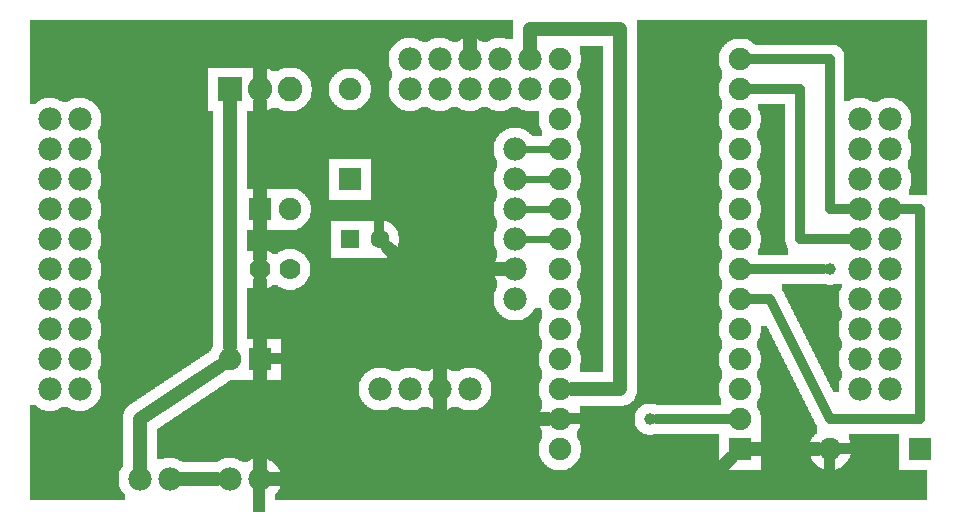
<source format=gtl>
G04 MADE WITH FRITZING*
G04 WWW.FRITZING.ORG*
G04 DOUBLE SIDED*
G04 HOLES PLATED*
G04 CONTOUR ON CENTER OF CONTOUR VECTOR*
%ASAXBY*%
%FSLAX23Y23*%
%MOIN*%
%OFA0B0*%
%SFA1.0B1.0*%
%ADD10C,0.075000*%
%ADD11C,0.078000*%
%ADD12C,0.082000*%
%ADD13C,0.070000*%
%ADD14C,0.039370*%
%ADD15C,0.062992*%
%ADD16R,0.075000X0.075000*%
%ADD17R,0.082000X0.082000*%
%ADD18R,0.062992X0.062992*%
%ADD19C,0.048000*%
%ADD20C,0.032000*%
%ADD21C,0.024000*%
%LNCOPPER1*%
G90*
G70*
G54D10*
X2640Y682D03*
X2820Y1564D03*
G54D11*
X110Y1311D03*
X110Y1211D03*
X110Y1111D03*
X110Y1011D03*
X110Y911D03*
X110Y811D03*
X110Y711D03*
X110Y611D03*
X110Y511D03*
X110Y411D03*
X110Y1311D03*
X110Y1211D03*
X110Y1111D03*
X110Y1011D03*
X110Y911D03*
X110Y811D03*
X110Y711D03*
X110Y611D03*
X110Y511D03*
X110Y411D03*
X210Y411D03*
X210Y511D03*
X210Y611D03*
X210Y711D03*
X210Y811D03*
X210Y911D03*
X210Y1011D03*
X210Y1111D03*
X210Y1211D03*
X210Y1311D03*
X1310Y1411D03*
X1410Y1411D03*
X1510Y1411D03*
X1610Y1411D03*
X1710Y1411D03*
X1310Y1411D03*
X1410Y1411D03*
X1510Y1411D03*
X1610Y1411D03*
X1710Y1411D03*
X1710Y1511D03*
X1610Y1511D03*
X1510Y1511D03*
X1410Y1511D03*
X1310Y1511D03*
X2910Y411D03*
X2910Y511D03*
X2910Y611D03*
X2910Y711D03*
X2910Y811D03*
X2910Y911D03*
X2910Y1011D03*
X2910Y1111D03*
X2910Y1211D03*
X2910Y1311D03*
X2910Y411D03*
X2910Y511D03*
X2910Y611D03*
X2910Y711D03*
X2910Y811D03*
X2910Y911D03*
X2910Y1011D03*
X2910Y1111D03*
X2910Y1211D03*
X2910Y1311D03*
X2810Y1311D03*
X2810Y1211D03*
X2810Y1111D03*
X2810Y1011D03*
X2810Y911D03*
X2810Y811D03*
X2810Y711D03*
X2810Y611D03*
X2810Y511D03*
X2810Y411D03*
G54D10*
X2410Y211D03*
X1810Y211D03*
X2410Y311D03*
X1810Y311D03*
X2410Y411D03*
X1810Y411D03*
X2410Y511D03*
X1810Y511D03*
X2410Y611D03*
X1810Y611D03*
X2410Y711D03*
X1810Y711D03*
X2410Y811D03*
X1810Y811D03*
X2410Y911D03*
X1810Y911D03*
X2410Y1011D03*
X1810Y1011D03*
X2410Y1111D03*
X1810Y1111D03*
X2410Y1211D03*
X1810Y1211D03*
X2410Y1311D03*
X1810Y1311D03*
X2410Y1411D03*
X1810Y1411D03*
X2410Y1511D03*
X1810Y1511D03*
G54D11*
X1511Y412D03*
X1411Y412D03*
X1311Y412D03*
X1211Y412D03*
G54D12*
X710Y1411D03*
X810Y1411D03*
X910Y1411D03*
G54D11*
X810Y111D03*
X710Y111D03*
G54D10*
X810Y511D03*
X710Y511D03*
X810Y1011D03*
X910Y1011D03*
G54D13*
X810Y811D03*
X910Y811D03*
G54D11*
X410Y111D03*
X510Y111D03*
G54D10*
X1110Y1111D03*
X1110Y1411D03*
X3011Y212D03*
X2711Y212D03*
G54D14*
X2111Y312D03*
G54D11*
X1661Y1212D03*
X1661Y1112D03*
X1661Y1012D03*
X1661Y912D03*
X1661Y812D03*
X1661Y712D03*
G54D15*
X1112Y911D03*
X1210Y911D03*
G54D14*
X2711Y812D03*
G54D16*
X2410Y211D03*
G54D17*
X710Y1411D03*
G54D16*
X810Y511D03*
X810Y1011D03*
X1110Y1111D03*
X3011Y212D03*
G54D18*
X1112Y911D03*
G54D19*
X2010Y413D02*
X2010Y1612D01*
D02*
X2010Y1612D02*
X1710Y1612D01*
D02*
X1710Y1612D02*
X1710Y1552D01*
D02*
X1850Y411D02*
X2010Y413D01*
G54D20*
D02*
X2710Y1012D02*
X2711Y1512D01*
D02*
X2711Y1512D02*
X2444Y1511D01*
D02*
X2774Y1012D02*
X2710Y1012D01*
D02*
X2611Y1412D02*
X2444Y1411D01*
D02*
X2611Y912D02*
X2611Y1412D01*
D02*
X2774Y911D02*
X2611Y912D01*
G54D19*
D02*
X1411Y114D02*
X1411Y371D01*
D02*
X2311Y114D02*
X1411Y114D01*
D02*
X2382Y183D02*
X2311Y114D01*
D02*
X2311Y114D02*
X910Y111D01*
D02*
X910Y111D02*
X851Y111D01*
D02*
X2382Y183D02*
X2311Y114D01*
D02*
X810Y848D02*
X810Y971D01*
D02*
X551Y111D02*
X669Y111D01*
D02*
X810Y1051D02*
X810Y1368D01*
D02*
X2450Y211D02*
X2671Y212D01*
D02*
X1511Y1613D02*
X1511Y1552D01*
D02*
X810Y1612D02*
X1511Y1613D01*
D02*
X810Y1454D02*
X810Y1612D01*
G54D20*
D02*
X2135Y312D02*
X2376Y311D01*
G54D19*
D02*
X1611Y311D02*
X1611Y513D01*
D02*
X1611Y513D02*
X1409Y513D01*
D02*
X1409Y513D02*
X1410Y453D01*
D02*
X1770Y311D02*
X1611Y311D01*
G54D21*
D02*
X1781Y1211D02*
X1691Y1212D01*
D02*
X1781Y1111D02*
X1691Y1112D01*
D02*
X1781Y1011D02*
X1691Y1012D01*
D02*
X1781Y911D02*
X1691Y912D01*
G54D19*
D02*
X1409Y813D02*
X1620Y812D01*
D02*
X1411Y453D02*
X1409Y813D01*
D02*
X1310Y811D02*
X1410Y811D01*
D02*
X1410Y811D02*
X1411Y453D01*
D02*
X1237Y884D02*
X1310Y811D01*
G54D20*
D02*
X3011Y1011D02*
X3010Y313D01*
D02*
X3010Y313D02*
X2711Y312D01*
D02*
X2946Y1011D02*
X3011Y1011D01*
D02*
X2711Y312D02*
X2511Y712D01*
D02*
X2511Y712D02*
X2444Y711D01*
D02*
X2686Y812D02*
X2444Y811D01*
G54D19*
D02*
X810Y471D02*
X810Y152D01*
D02*
X810Y551D02*
X810Y774D01*
D02*
X710Y1368D02*
X710Y551D01*
D02*
X410Y311D02*
X677Y489D01*
D02*
X410Y152D02*
X410Y311D01*
G36*
X1876Y1556D02*
X1876Y1534D01*
X1878Y1534D01*
X1878Y1526D01*
X1880Y1526D01*
X1880Y1498D01*
X1878Y1498D01*
X1878Y1490D01*
X1876Y1490D01*
X1876Y1484D01*
X1874Y1484D01*
X1874Y1480D01*
X1872Y1480D01*
X1872Y1476D01*
X1870Y1476D01*
X1870Y1474D01*
X1868Y1474D01*
X1868Y1450D01*
X1870Y1450D01*
X1870Y1446D01*
X1872Y1446D01*
X1872Y1442D01*
X1874Y1442D01*
X1874Y1438D01*
X1876Y1438D01*
X1876Y1434D01*
X1878Y1434D01*
X1878Y1426D01*
X1880Y1426D01*
X1880Y1398D01*
X1878Y1398D01*
X1878Y1390D01*
X1876Y1390D01*
X1876Y1384D01*
X1874Y1384D01*
X1874Y1380D01*
X1872Y1380D01*
X1872Y1376D01*
X1870Y1376D01*
X1870Y1374D01*
X1868Y1374D01*
X1868Y1350D01*
X1870Y1350D01*
X1870Y1346D01*
X1872Y1346D01*
X1872Y1342D01*
X1874Y1342D01*
X1874Y1338D01*
X1876Y1338D01*
X1876Y1334D01*
X1878Y1334D01*
X1878Y1326D01*
X1880Y1326D01*
X1880Y1298D01*
X1878Y1298D01*
X1878Y1290D01*
X1876Y1290D01*
X1876Y1284D01*
X1874Y1284D01*
X1874Y1280D01*
X1872Y1280D01*
X1872Y1276D01*
X1870Y1276D01*
X1870Y1274D01*
X1868Y1274D01*
X1868Y1250D01*
X1870Y1250D01*
X1870Y1246D01*
X1872Y1246D01*
X1872Y1242D01*
X1874Y1242D01*
X1874Y1238D01*
X1876Y1238D01*
X1876Y1234D01*
X1878Y1234D01*
X1878Y1226D01*
X1880Y1226D01*
X1880Y1198D01*
X1878Y1198D01*
X1878Y1190D01*
X1876Y1190D01*
X1876Y1184D01*
X1874Y1184D01*
X1874Y1180D01*
X1872Y1180D01*
X1872Y1176D01*
X1870Y1176D01*
X1870Y1174D01*
X1868Y1174D01*
X1868Y1150D01*
X1870Y1150D01*
X1870Y1146D01*
X1872Y1146D01*
X1872Y1142D01*
X1874Y1142D01*
X1874Y1138D01*
X1876Y1138D01*
X1876Y1134D01*
X1878Y1134D01*
X1878Y1126D01*
X1880Y1126D01*
X1880Y1098D01*
X1878Y1098D01*
X1878Y1090D01*
X1876Y1090D01*
X1876Y1084D01*
X1874Y1084D01*
X1874Y1080D01*
X1872Y1080D01*
X1872Y1076D01*
X1870Y1076D01*
X1870Y1074D01*
X1868Y1074D01*
X1868Y1050D01*
X1870Y1050D01*
X1870Y1046D01*
X1872Y1046D01*
X1872Y1042D01*
X1874Y1042D01*
X1874Y1038D01*
X1876Y1038D01*
X1876Y1034D01*
X1878Y1034D01*
X1878Y1026D01*
X1880Y1026D01*
X1880Y998D01*
X1878Y998D01*
X1878Y990D01*
X1876Y990D01*
X1876Y984D01*
X1874Y984D01*
X1874Y980D01*
X1872Y980D01*
X1872Y976D01*
X1870Y976D01*
X1870Y974D01*
X1868Y974D01*
X1868Y950D01*
X1870Y950D01*
X1870Y946D01*
X1872Y946D01*
X1872Y942D01*
X1874Y942D01*
X1874Y938D01*
X1876Y938D01*
X1876Y934D01*
X1878Y934D01*
X1878Y926D01*
X1880Y926D01*
X1880Y898D01*
X1878Y898D01*
X1878Y890D01*
X1876Y890D01*
X1876Y884D01*
X1874Y884D01*
X1874Y880D01*
X1872Y880D01*
X1872Y876D01*
X1870Y876D01*
X1870Y874D01*
X1868Y874D01*
X1868Y850D01*
X1870Y850D01*
X1870Y846D01*
X1872Y846D01*
X1872Y842D01*
X1874Y842D01*
X1874Y838D01*
X1876Y838D01*
X1876Y834D01*
X1878Y834D01*
X1878Y826D01*
X1880Y826D01*
X1880Y798D01*
X1878Y798D01*
X1878Y790D01*
X1876Y790D01*
X1876Y784D01*
X1874Y784D01*
X1874Y780D01*
X1872Y780D01*
X1872Y776D01*
X1870Y776D01*
X1870Y774D01*
X1868Y774D01*
X1868Y750D01*
X1870Y750D01*
X1870Y746D01*
X1872Y746D01*
X1872Y742D01*
X1874Y742D01*
X1874Y738D01*
X1876Y738D01*
X1876Y734D01*
X1878Y734D01*
X1878Y726D01*
X1880Y726D01*
X1880Y698D01*
X1878Y698D01*
X1878Y690D01*
X1876Y690D01*
X1876Y684D01*
X1874Y684D01*
X1874Y680D01*
X1872Y680D01*
X1872Y676D01*
X1870Y676D01*
X1870Y674D01*
X1868Y674D01*
X1868Y650D01*
X1870Y650D01*
X1870Y646D01*
X1872Y646D01*
X1872Y642D01*
X1874Y642D01*
X1874Y638D01*
X1876Y638D01*
X1876Y634D01*
X1878Y634D01*
X1878Y626D01*
X1880Y626D01*
X1880Y598D01*
X1878Y598D01*
X1878Y590D01*
X1876Y590D01*
X1876Y584D01*
X1874Y584D01*
X1874Y580D01*
X1872Y580D01*
X1872Y576D01*
X1870Y576D01*
X1870Y574D01*
X1868Y574D01*
X1868Y550D01*
X1870Y550D01*
X1870Y546D01*
X1872Y546D01*
X1872Y542D01*
X1874Y542D01*
X1874Y538D01*
X1876Y538D01*
X1876Y534D01*
X1878Y534D01*
X1878Y526D01*
X1880Y526D01*
X1880Y498D01*
X1878Y498D01*
X1878Y490D01*
X1876Y490D01*
X1876Y468D01*
X1954Y468D01*
X1954Y1556D01*
X1876Y1556D01*
G37*
D02*
G36*
X2472Y1364D02*
X2472Y1342D01*
X2474Y1342D01*
X2474Y1338D01*
X2476Y1338D01*
X2476Y1334D01*
X2478Y1334D01*
X2478Y1326D01*
X2480Y1326D01*
X2480Y1298D01*
X2478Y1298D01*
X2478Y1290D01*
X2476Y1290D01*
X2476Y1284D01*
X2474Y1284D01*
X2474Y1280D01*
X2472Y1280D01*
X2472Y1276D01*
X2470Y1276D01*
X2470Y1274D01*
X2468Y1274D01*
X2468Y1250D01*
X2470Y1250D01*
X2470Y1246D01*
X2472Y1246D01*
X2472Y1242D01*
X2474Y1242D01*
X2474Y1238D01*
X2476Y1238D01*
X2476Y1234D01*
X2478Y1234D01*
X2478Y1226D01*
X2480Y1226D01*
X2480Y1198D01*
X2478Y1198D01*
X2478Y1190D01*
X2476Y1190D01*
X2476Y1184D01*
X2474Y1184D01*
X2474Y1180D01*
X2472Y1180D01*
X2472Y1176D01*
X2470Y1176D01*
X2470Y1174D01*
X2468Y1174D01*
X2468Y1150D01*
X2470Y1150D01*
X2470Y1146D01*
X2472Y1146D01*
X2472Y1142D01*
X2474Y1142D01*
X2474Y1138D01*
X2476Y1138D01*
X2476Y1134D01*
X2478Y1134D01*
X2478Y1126D01*
X2480Y1126D01*
X2480Y1098D01*
X2478Y1098D01*
X2478Y1090D01*
X2476Y1090D01*
X2476Y1084D01*
X2474Y1084D01*
X2474Y1080D01*
X2472Y1080D01*
X2472Y1076D01*
X2470Y1076D01*
X2470Y1074D01*
X2468Y1074D01*
X2468Y1050D01*
X2470Y1050D01*
X2470Y1046D01*
X2472Y1046D01*
X2472Y1042D01*
X2474Y1042D01*
X2474Y1038D01*
X2476Y1038D01*
X2476Y1034D01*
X2478Y1034D01*
X2478Y1026D01*
X2480Y1026D01*
X2480Y998D01*
X2478Y998D01*
X2478Y990D01*
X2476Y990D01*
X2476Y984D01*
X2474Y984D01*
X2474Y980D01*
X2472Y980D01*
X2472Y976D01*
X2470Y976D01*
X2470Y974D01*
X2468Y974D01*
X2468Y950D01*
X2470Y950D01*
X2470Y946D01*
X2472Y946D01*
X2472Y942D01*
X2474Y942D01*
X2474Y938D01*
X2476Y938D01*
X2476Y934D01*
X2478Y934D01*
X2478Y926D01*
X2480Y926D01*
X2480Y898D01*
X2478Y898D01*
X2478Y890D01*
X2476Y890D01*
X2476Y884D01*
X2474Y884D01*
X2474Y880D01*
X2472Y880D01*
X2472Y860D01*
X2572Y860D01*
X2572Y880D01*
X2570Y880D01*
X2570Y884D01*
X2568Y884D01*
X2568Y888D01*
X2566Y888D01*
X2566Y892D01*
X2564Y892D01*
X2564Y902D01*
X2562Y902D01*
X2562Y1364D01*
X2472Y1364D01*
G37*
D02*
G36*
X2550Y764D02*
X2550Y760D01*
X2700Y760D01*
X2700Y762D01*
X2692Y762D01*
X2692Y764D01*
X2550Y764D01*
G37*
D02*
G36*
X2730Y764D02*
X2730Y762D01*
X2722Y762D01*
X2722Y760D01*
X2750Y760D01*
X2750Y764D01*
X2730Y764D01*
G37*
D02*
G36*
X2550Y760D02*
X2550Y758D01*
X2750Y758D01*
X2750Y760D01*
X2550Y760D01*
G37*
D02*
G36*
X2550Y760D02*
X2550Y758D01*
X2750Y758D01*
X2750Y760D01*
X2550Y760D01*
G37*
D02*
G36*
X2550Y758D02*
X2550Y744D01*
X2552Y744D01*
X2552Y740D01*
X2554Y740D01*
X2554Y736D01*
X2556Y736D01*
X2556Y732D01*
X2558Y732D01*
X2558Y728D01*
X2560Y728D01*
X2560Y724D01*
X2562Y724D01*
X2562Y720D01*
X2564Y720D01*
X2564Y716D01*
X2566Y716D01*
X2566Y712D01*
X2568Y712D01*
X2568Y708D01*
X2570Y708D01*
X2570Y704D01*
X2572Y704D01*
X2572Y700D01*
X2574Y700D01*
X2574Y696D01*
X2576Y696D01*
X2576Y692D01*
X2578Y692D01*
X2578Y688D01*
X2580Y688D01*
X2580Y684D01*
X2582Y684D01*
X2582Y680D01*
X2584Y680D01*
X2584Y676D01*
X2586Y676D01*
X2586Y672D01*
X2588Y672D01*
X2588Y668D01*
X2590Y668D01*
X2590Y664D01*
X2592Y664D01*
X2592Y660D01*
X2594Y660D01*
X2594Y656D01*
X2596Y656D01*
X2596Y652D01*
X2598Y652D01*
X2598Y648D01*
X2600Y648D01*
X2600Y644D01*
X2602Y644D01*
X2602Y640D01*
X2604Y640D01*
X2604Y636D01*
X2606Y636D01*
X2606Y632D01*
X2608Y632D01*
X2608Y628D01*
X2610Y628D01*
X2610Y624D01*
X2612Y624D01*
X2612Y620D01*
X2614Y620D01*
X2614Y616D01*
X2616Y616D01*
X2616Y612D01*
X2618Y612D01*
X2618Y608D01*
X2620Y608D01*
X2620Y604D01*
X2622Y604D01*
X2622Y600D01*
X2624Y600D01*
X2624Y596D01*
X2626Y596D01*
X2626Y592D01*
X2628Y592D01*
X2628Y588D01*
X2630Y588D01*
X2630Y584D01*
X2632Y584D01*
X2632Y580D01*
X2634Y580D01*
X2634Y576D01*
X2636Y576D01*
X2636Y572D01*
X2638Y572D01*
X2638Y568D01*
X2640Y568D01*
X2640Y564D01*
X2642Y564D01*
X2642Y560D01*
X2644Y560D01*
X2644Y556D01*
X2646Y556D01*
X2646Y552D01*
X2648Y552D01*
X2648Y548D01*
X2650Y548D01*
X2650Y544D01*
X2652Y544D01*
X2652Y540D01*
X2654Y540D01*
X2654Y536D01*
X2656Y536D01*
X2656Y532D01*
X2658Y532D01*
X2658Y528D01*
X2660Y528D01*
X2660Y524D01*
X2662Y524D01*
X2662Y520D01*
X2664Y520D01*
X2664Y516D01*
X2666Y516D01*
X2666Y512D01*
X2668Y512D01*
X2668Y508D01*
X2670Y508D01*
X2670Y504D01*
X2672Y504D01*
X2672Y500D01*
X2674Y500D01*
X2674Y496D01*
X2676Y496D01*
X2676Y492D01*
X2678Y492D01*
X2678Y488D01*
X2680Y488D01*
X2680Y484D01*
X2682Y484D01*
X2682Y480D01*
X2684Y480D01*
X2684Y476D01*
X2686Y476D01*
X2686Y472D01*
X2688Y472D01*
X2688Y468D01*
X2690Y468D01*
X2690Y464D01*
X2692Y464D01*
X2692Y460D01*
X2694Y460D01*
X2694Y456D01*
X2696Y456D01*
X2696Y452D01*
X2698Y452D01*
X2698Y448D01*
X2700Y448D01*
X2700Y444D01*
X2702Y444D01*
X2702Y440D01*
X2704Y440D01*
X2704Y436D01*
X2706Y436D01*
X2706Y432D01*
X2708Y432D01*
X2708Y428D01*
X2710Y428D01*
X2710Y424D01*
X2712Y424D01*
X2712Y420D01*
X2714Y420D01*
X2714Y416D01*
X2716Y416D01*
X2716Y412D01*
X2718Y412D01*
X2718Y408D01*
X2720Y408D01*
X2720Y404D01*
X2740Y404D01*
X2740Y432D01*
X2742Y432D01*
X2742Y438D01*
X2744Y438D01*
X2744Y442D01*
X2746Y442D01*
X2746Y446D01*
X2748Y446D01*
X2748Y448D01*
X2750Y448D01*
X2750Y474D01*
X2748Y474D01*
X2748Y478D01*
X2746Y478D01*
X2746Y480D01*
X2744Y480D01*
X2744Y486D01*
X2742Y486D01*
X2742Y492D01*
X2740Y492D01*
X2740Y532D01*
X2742Y532D01*
X2742Y538D01*
X2744Y538D01*
X2744Y542D01*
X2746Y542D01*
X2746Y546D01*
X2748Y546D01*
X2748Y548D01*
X2750Y548D01*
X2750Y574D01*
X2748Y574D01*
X2748Y578D01*
X2746Y578D01*
X2746Y580D01*
X2744Y580D01*
X2744Y586D01*
X2742Y586D01*
X2742Y592D01*
X2740Y592D01*
X2740Y632D01*
X2742Y632D01*
X2742Y638D01*
X2744Y638D01*
X2744Y642D01*
X2746Y642D01*
X2746Y646D01*
X2748Y646D01*
X2748Y648D01*
X2750Y648D01*
X2750Y674D01*
X2748Y674D01*
X2748Y678D01*
X2746Y678D01*
X2746Y680D01*
X2744Y680D01*
X2744Y686D01*
X2742Y686D01*
X2742Y692D01*
X2740Y692D01*
X2740Y732D01*
X2742Y732D01*
X2742Y738D01*
X2744Y738D01*
X2744Y742D01*
X2746Y742D01*
X2746Y746D01*
X2748Y746D01*
X2748Y748D01*
X2750Y748D01*
X2750Y758D01*
X2550Y758D01*
G37*
D02*
G36*
X44Y1642D02*
X44Y1582D01*
X1628Y1582D01*
X1628Y1580D01*
X1634Y1580D01*
X1634Y1578D01*
X1654Y1578D01*
X1654Y1642D01*
X44Y1642D01*
G37*
D02*
G36*
X2066Y1642D02*
X2066Y1580D01*
X2430Y1580D01*
X2430Y1578D01*
X2436Y1578D01*
X2436Y1576D01*
X2440Y1576D01*
X2440Y1574D01*
X2444Y1574D01*
X2444Y1572D01*
X2446Y1572D01*
X2446Y1570D01*
X2450Y1570D01*
X2450Y1568D01*
X2452Y1568D01*
X2452Y1566D01*
X2454Y1566D01*
X2454Y1564D01*
X2456Y1564D01*
X2456Y1562D01*
X2460Y1562D01*
X2460Y1560D01*
X2728Y1560D01*
X2728Y1558D01*
X2734Y1558D01*
X2734Y1556D01*
X2738Y1556D01*
X2738Y1554D01*
X2742Y1554D01*
X2742Y1552D01*
X2744Y1552D01*
X2744Y1550D01*
X2746Y1550D01*
X2746Y1548D01*
X2748Y1548D01*
X2748Y1546D01*
X2750Y1546D01*
X2750Y1544D01*
X2752Y1544D01*
X2752Y1540D01*
X2754Y1540D01*
X2754Y1536D01*
X2756Y1536D01*
X2756Y1532D01*
X2758Y1532D01*
X2758Y1382D01*
X2928Y1382D01*
X2928Y1380D01*
X2934Y1380D01*
X2934Y1378D01*
X2938Y1378D01*
X2938Y1376D01*
X2942Y1376D01*
X2942Y1374D01*
X2946Y1374D01*
X2946Y1372D01*
X2950Y1372D01*
X2950Y1370D01*
X2952Y1370D01*
X2952Y1368D01*
X2954Y1368D01*
X2954Y1366D01*
X2956Y1366D01*
X2956Y1364D01*
X2960Y1364D01*
X2960Y1362D01*
X2962Y1362D01*
X2962Y1360D01*
X2964Y1360D01*
X2964Y1356D01*
X2966Y1356D01*
X2966Y1354D01*
X2968Y1354D01*
X2968Y1352D01*
X2970Y1352D01*
X2970Y1348D01*
X2972Y1348D01*
X2972Y1346D01*
X2974Y1346D01*
X2974Y1342D01*
X2976Y1342D01*
X2976Y1338D01*
X2978Y1338D01*
X2978Y1332D01*
X2980Y1332D01*
X2980Y1320D01*
X2982Y1320D01*
X2982Y1302D01*
X2980Y1302D01*
X2980Y1290D01*
X2978Y1290D01*
X2978Y1284D01*
X2976Y1284D01*
X2976Y1280D01*
X2974Y1280D01*
X2974Y1276D01*
X2972Y1276D01*
X2972Y1274D01*
X2970Y1274D01*
X2970Y1248D01*
X2972Y1248D01*
X2972Y1246D01*
X2974Y1246D01*
X2974Y1242D01*
X2976Y1242D01*
X2976Y1238D01*
X2978Y1238D01*
X2978Y1232D01*
X2980Y1232D01*
X2980Y1220D01*
X2982Y1220D01*
X2982Y1202D01*
X2980Y1202D01*
X2980Y1190D01*
X2978Y1190D01*
X2978Y1184D01*
X2976Y1184D01*
X2976Y1180D01*
X2974Y1180D01*
X2974Y1176D01*
X2972Y1176D01*
X2972Y1174D01*
X2970Y1174D01*
X2970Y1148D01*
X2972Y1148D01*
X2972Y1146D01*
X2974Y1146D01*
X2974Y1142D01*
X2976Y1142D01*
X2976Y1138D01*
X2978Y1138D01*
X2978Y1132D01*
X2980Y1132D01*
X2980Y1120D01*
X2982Y1120D01*
X2982Y1102D01*
X2980Y1102D01*
X2980Y1090D01*
X2978Y1090D01*
X2978Y1084D01*
X2976Y1084D01*
X2976Y1080D01*
X2974Y1080D01*
X2974Y1060D01*
X3034Y1060D01*
X3034Y1642D01*
X2066Y1642D01*
G37*
D02*
G36*
X44Y1582D02*
X44Y1484D01*
X928Y1484D01*
X928Y1482D01*
X934Y1482D01*
X934Y1480D01*
X1130Y1480D01*
X1130Y1478D01*
X1136Y1478D01*
X1136Y1476D01*
X1140Y1476D01*
X1140Y1474D01*
X1144Y1474D01*
X1144Y1472D01*
X1146Y1472D01*
X1146Y1470D01*
X1150Y1470D01*
X1150Y1468D01*
X1152Y1468D01*
X1152Y1466D01*
X1154Y1466D01*
X1154Y1464D01*
X1156Y1464D01*
X1156Y1462D01*
X1160Y1462D01*
X1160Y1458D01*
X1162Y1458D01*
X1162Y1456D01*
X1164Y1456D01*
X1164Y1454D01*
X1166Y1454D01*
X1166Y1452D01*
X1168Y1452D01*
X1168Y1450D01*
X1170Y1450D01*
X1170Y1446D01*
X1172Y1446D01*
X1172Y1442D01*
X1174Y1442D01*
X1174Y1438D01*
X1176Y1438D01*
X1176Y1434D01*
X1178Y1434D01*
X1178Y1426D01*
X1180Y1426D01*
X1180Y1398D01*
X1178Y1398D01*
X1178Y1390D01*
X1176Y1390D01*
X1176Y1384D01*
X1174Y1384D01*
X1174Y1380D01*
X1172Y1380D01*
X1172Y1376D01*
X1170Y1376D01*
X1170Y1374D01*
X1168Y1374D01*
X1168Y1370D01*
X1166Y1370D01*
X1166Y1368D01*
X1164Y1368D01*
X1164Y1366D01*
X1162Y1366D01*
X1162Y1364D01*
X1160Y1364D01*
X1160Y1362D01*
X1158Y1362D01*
X1158Y1360D01*
X1156Y1360D01*
X1156Y1358D01*
X1154Y1358D01*
X1154Y1356D01*
X1152Y1356D01*
X1152Y1354D01*
X1148Y1354D01*
X1148Y1352D01*
X1146Y1352D01*
X1146Y1350D01*
X1142Y1350D01*
X1142Y1348D01*
X1138Y1348D01*
X1138Y1346D01*
X1134Y1346D01*
X1134Y1344D01*
X1128Y1344D01*
X1128Y1342D01*
X1288Y1342D01*
X1288Y1344D01*
X1282Y1344D01*
X1282Y1346D01*
X1278Y1346D01*
X1278Y1348D01*
X1274Y1348D01*
X1274Y1350D01*
X1272Y1350D01*
X1272Y1352D01*
X1268Y1352D01*
X1268Y1354D01*
X1266Y1354D01*
X1266Y1356D01*
X1264Y1356D01*
X1264Y1358D01*
X1262Y1358D01*
X1262Y1360D01*
X1260Y1360D01*
X1260Y1362D01*
X1258Y1362D01*
X1258Y1364D01*
X1256Y1364D01*
X1256Y1366D01*
X1254Y1366D01*
X1254Y1368D01*
X1252Y1368D01*
X1252Y1370D01*
X1250Y1370D01*
X1250Y1374D01*
X1248Y1374D01*
X1248Y1378D01*
X1246Y1378D01*
X1246Y1380D01*
X1244Y1380D01*
X1244Y1386D01*
X1242Y1386D01*
X1242Y1392D01*
X1240Y1392D01*
X1240Y1432D01*
X1242Y1432D01*
X1242Y1438D01*
X1244Y1438D01*
X1244Y1442D01*
X1246Y1442D01*
X1246Y1446D01*
X1248Y1446D01*
X1248Y1448D01*
X1250Y1448D01*
X1250Y1474D01*
X1248Y1474D01*
X1248Y1478D01*
X1246Y1478D01*
X1246Y1480D01*
X1244Y1480D01*
X1244Y1486D01*
X1242Y1486D01*
X1242Y1492D01*
X1240Y1492D01*
X1240Y1532D01*
X1242Y1532D01*
X1242Y1538D01*
X1244Y1538D01*
X1244Y1542D01*
X1246Y1542D01*
X1246Y1546D01*
X1248Y1546D01*
X1248Y1548D01*
X1250Y1548D01*
X1250Y1552D01*
X1252Y1552D01*
X1252Y1554D01*
X1254Y1554D01*
X1254Y1556D01*
X1256Y1556D01*
X1256Y1558D01*
X1258Y1558D01*
X1258Y1560D01*
X1260Y1560D01*
X1260Y1562D01*
X1262Y1562D01*
X1262Y1564D01*
X1264Y1564D01*
X1264Y1566D01*
X1266Y1566D01*
X1266Y1568D01*
X1268Y1568D01*
X1268Y1570D01*
X1270Y1570D01*
X1270Y1572D01*
X1274Y1572D01*
X1274Y1574D01*
X1278Y1574D01*
X1278Y1576D01*
X1282Y1576D01*
X1282Y1578D01*
X1286Y1578D01*
X1286Y1580D01*
X1292Y1580D01*
X1292Y1582D01*
X44Y1582D01*
G37*
D02*
G36*
X1328Y1582D02*
X1328Y1580D01*
X1334Y1580D01*
X1334Y1578D01*
X1338Y1578D01*
X1338Y1576D01*
X1342Y1576D01*
X1342Y1574D01*
X1346Y1574D01*
X1346Y1572D01*
X1350Y1572D01*
X1350Y1570D01*
X1370Y1570D01*
X1370Y1572D01*
X1374Y1572D01*
X1374Y1574D01*
X1378Y1574D01*
X1378Y1576D01*
X1382Y1576D01*
X1382Y1578D01*
X1386Y1578D01*
X1386Y1580D01*
X1392Y1580D01*
X1392Y1582D01*
X1328Y1582D01*
G37*
D02*
G36*
X1428Y1582D02*
X1428Y1580D01*
X1434Y1580D01*
X1434Y1578D01*
X1438Y1578D01*
X1438Y1576D01*
X1442Y1576D01*
X1442Y1574D01*
X1446Y1574D01*
X1446Y1572D01*
X1450Y1572D01*
X1450Y1570D01*
X1470Y1570D01*
X1470Y1572D01*
X1474Y1572D01*
X1474Y1574D01*
X1478Y1574D01*
X1478Y1576D01*
X1482Y1576D01*
X1482Y1578D01*
X1486Y1578D01*
X1486Y1580D01*
X1492Y1580D01*
X1492Y1582D01*
X1428Y1582D01*
G37*
D02*
G36*
X1528Y1582D02*
X1528Y1580D01*
X1534Y1580D01*
X1534Y1578D01*
X1538Y1578D01*
X1538Y1576D01*
X1542Y1576D01*
X1542Y1574D01*
X1546Y1574D01*
X1546Y1572D01*
X1550Y1572D01*
X1550Y1570D01*
X1570Y1570D01*
X1570Y1572D01*
X1574Y1572D01*
X1574Y1574D01*
X1578Y1574D01*
X1578Y1576D01*
X1582Y1576D01*
X1582Y1578D01*
X1586Y1578D01*
X1586Y1580D01*
X1592Y1580D01*
X1592Y1582D01*
X1528Y1582D01*
G37*
D02*
G36*
X2066Y1580D02*
X2066Y396D01*
X2064Y396D01*
X2064Y388D01*
X2062Y388D01*
X2062Y384D01*
X2060Y384D01*
X2060Y380D01*
X2058Y380D01*
X2058Y378D01*
X2056Y378D01*
X2056Y374D01*
X2054Y374D01*
X2054Y372D01*
X2052Y372D01*
X2052Y370D01*
X2050Y370D01*
X2050Y368D01*
X2048Y368D01*
X2048Y366D01*
X2044Y366D01*
X2044Y364D01*
X2126Y364D01*
X2126Y362D01*
X2132Y362D01*
X2132Y360D01*
X2348Y360D01*
X2348Y380D01*
X2346Y380D01*
X2346Y384D01*
X2344Y384D01*
X2344Y390D01*
X2342Y390D01*
X2342Y398D01*
X2340Y398D01*
X2340Y424D01*
X2342Y424D01*
X2342Y432D01*
X2344Y432D01*
X2344Y438D01*
X2346Y438D01*
X2346Y442D01*
X2348Y442D01*
X2348Y446D01*
X2350Y446D01*
X2350Y448D01*
X2352Y448D01*
X2352Y474D01*
X2350Y474D01*
X2350Y476D01*
X2348Y476D01*
X2348Y480D01*
X2346Y480D01*
X2346Y484D01*
X2344Y484D01*
X2344Y490D01*
X2342Y490D01*
X2342Y498D01*
X2340Y498D01*
X2340Y524D01*
X2342Y524D01*
X2342Y532D01*
X2344Y532D01*
X2344Y538D01*
X2346Y538D01*
X2346Y542D01*
X2348Y542D01*
X2348Y546D01*
X2350Y546D01*
X2350Y548D01*
X2352Y548D01*
X2352Y574D01*
X2350Y574D01*
X2350Y576D01*
X2348Y576D01*
X2348Y580D01*
X2346Y580D01*
X2346Y584D01*
X2344Y584D01*
X2344Y590D01*
X2342Y590D01*
X2342Y598D01*
X2340Y598D01*
X2340Y624D01*
X2342Y624D01*
X2342Y632D01*
X2344Y632D01*
X2344Y638D01*
X2346Y638D01*
X2346Y642D01*
X2348Y642D01*
X2348Y646D01*
X2350Y646D01*
X2350Y648D01*
X2352Y648D01*
X2352Y674D01*
X2350Y674D01*
X2350Y676D01*
X2348Y676D01*
X2348Y680D01*
X2346Y680D01*
X2346Y684D01*
X2344Y684D01*
X2344Y690D01*
X2342Y690D01*
X2342Y698D01*
X2340Y698D01*
X2340Y724D01*
X2342Y724D01*
X2342Y732D01*
X2344Y732D01*
X2344Y738D01*
X2346Y738D01*
X2346Y742D01*
X2348Y742D01*
X2348Y746D01*
X2350Y746D01*
X2350Y748D01*
X2352Y748D01*
X2352Y774D01*
X2350Y774D01*
X2350Y776D01*
X2348Y776D01*
X2348Y780D01*
X2346Y780D01*
X2346Y784D01*
X2344Y784D01*
X2344Y790D01*
X2342Y790D01*
X2342Y798D01*
X2340Y798D01*
X2340Y824D01*
X2342Y824D01*
X2342Y832D01*
X2344Y832D01*
X2344Y838D01*
X2346Y838D01*
X2346Y842D01*
X2348Y842D01*
X2348Y846D01*
X2350Y846D01*
X2350Y848D01*
X2352Y848D01*
X2352Y874D01*
X2350Y874D01*
X2350Y876D01*
X2348Y876D01*
X2348Y880D01*
X2346Y880D01*
X2346Y884D01*
X2344Y884D01*
X2344Y890D01*
X2342Y890D01*
X2342Y898D01*
X2340Y898D01*
X2340Y924D01*
X2342Y924D01*
X2342Y932D01*
X2344Y932D01*
X2344Y938D01*
X2346Y938D01*
X2346Y942D01*
X2348Y942D01*
X2348Y946D01*
X2350Y946D01*
X2350Y948D01*
X2352Y948D01*
X2352Y974D01*
X2350Y974D01*
X2350Y976D01*
X2348Y976D01*
X2348Y980D01*
X2346Y980D01*
X2346Y984D01*
X2344Y984D01*
X2344Y990D01*
X2342Y990D01*
X2342Y998D01*
X2340Y998D01*
X2340Y1024D01*
X2342Y1024D01*
X2342Y1032D01*
X2344Y1032D01*
X2344Y1038D01*
X2346Y1038D01*
X2346Y1042D01*
X2348Y1042D01*
X2348Y1046D01*
X2350Y1046D01*
X2350Y1048D01*
X2352Y1048D01*
X2352Y1074D01*
X2350Y1074D01*
X2350Y1076D01*
X2348Y1076D01*
X2348Y1080D01*
X2346Y1080D01*
X2346Y1084D01*
X2344Y1084D01*
X2344Y1090D01*
X2342Y1090D01*
X2342Y1098D01*
X2340Y1098D01*
X2340Y1124D01*
X2342Y1124D01*
X2342Y1132D01*
X2344Y1132D01*
X2344Y1138D01*
X2346Y1138D01*
X2346Y1142D01*
X2348Y1142D01*
X2348Y1146D01*
X2350Y1146D01*
X2350Y1148D01*
X2352Y1148D01*
X2352Y1174D01*
X2350Y1174D01*
X2350Y1176D01*
X2348Y1176D01*
X2348Y1180D01*
X2346Y1180D01*
X2346Y1184D01*
X2344Y1184D01*
X2344Y1190D01*
X2342Y1190D01*
X2342Y1198D01*
X2340Y1198D01*
X2340Y1224D01*
X2342Y1224D01*
X2342Y1232D01*
X2344Y1232D01*
X2344Y1238D01*
X2346Y1238D01*
X2346Y1242D01*
X2348Y1242D01*
X2348Y1246D01*
X2350Y1246D01*
X2350Y1248D01*
X2352Y1248D01*
X2352Y1274D01*
X2350Y1274D01*
X2350Y1276D01*
X2348Y1276D01*
X2348Y1280D01*
X2346Y1280D01*
X2346Y1284D01*
X2344Y1284D01*
X2344Y1290D01*
X2342Y1290D01*
X2342Y1298D01*
X2340Y1298D01*
X2340Y1324D01*
X2342Y1324D01*
X2342Y1332D01*
X2344Y1332D01*
X2344Y1338D01*
X2346Y1338D01*
X2346Y1342D01*
X2348Y1342D01*
X2348Y1346D01*
X2350Y1346D01*
X2350Y1348D01*
X2352Y1348D01*
X2352Y1374D01*
X2350Y1374D01*
X2350Y1376D01*
X2348Y1376D01*
X2348Y1380D01*
X2346Y1380D01*
X2346Y1384D01*
X2344Y1384D01*
X2344Y1390D01*
X2342Y1390D01*
X2342Y1398D01*
X2340Y1398D01*
X2340Y1424D01*
X2342Y1424D01*
X2342Y1432D01*
X2344Y1432D01*
X2344Y1438D01*
X2346Y1438D01*
X2346Y1442D01*
X2348Y1442D01*
X2348Y1446D01*
X2350Y1446D01*
X2350Y1448D01*
X2352Y1448D01*
X2352Y1474D01*
X2350Y1474D01*
X2350Y1476D01*
X2348Y1476D01*
X2348Y1480D01*
X2346Y1480D01*
X2346Y1484D01*
X2344Y1484D01*
X2344Y1490D01*
X2342Y1490D01*
X2342Y1498D01*
X2340Y1498D01*
X2340Y1524D01*
X2342Y1524D01*
X2342Y1532D01*
X2344Y1532D01*
X2344Y1538D01*
X2346Y1538D01*
X2346Y1542D01*
X2348Y1542D01*
X2348Y1546D01*
X2350Y1546D01*
X2350Y1548D01*
X2352Y1548D01*
X2352Y1552D01*
X2354Y1552D01*
X2354Y1554D01*
X2356Y1554D01*
X2356Y1556D01*
X2358Y1556D01*
X2358Y1558D01*
X2360Y1558D01*
X2360Y1560D01*
X2362Y1560D01*
X2362Y1562D01*
X2364Y1562D01*
X2364Y1564D01*
X2366Y1564D01*
X2366Y1566D01*
X2368Y1566D01*
X2368Y1568D01*
X2370Y1568D01*
X2370Y1570D01*
X2374Y1570D01*
X2374Y1572D01*
X2376Y1572D01*
X2376Y1574D01*
X2380Y1574D01*
X2380Y1576D01*
X2386Y1576D01*
X2386Y1578D01*
X2390Y1578D01*
X2390Y1580D01*
X2066Y1580D01*
G37*
D02*
G36*
X44Y1484D02*
X44Y1382D01*
X228Y1382D01*
X228Y1380D01*
X234Y1380D01*
X234Y1378D01*
X238Y1378D01*
X238Y1376D01*
X242Y1376D01*
X242Y1374D01*
X246Y1374D01*
X246Y1372D01*
X250Y1372D01*
X250Y1370D01*
X252Y1370D01*
X252Y1368D01*
X254Y1368D01*
X254Y1366D01*
X256Y1366D01*
X256Y1364D01*
X260Y1364D01*
X260Y1362D01*
X262Y1362D01*
X262Y1360D01*
X264Y1360D01*
X264Y1356D01*
X266Y1356D01*
X266Y1354D01*
X268Y1354D01*
X268Y1352D01*
X270Y1352D01*
X270Y1348D01*
X272Y1348D01*
X272Y1346D01*
X274Y1346D01*
X274Y1342D01*
X276Y1342D01*
X276Y1338D01*
X278Y1338D01*
X278Y1332D01*
X280Y1332D01*
X280Y1320D01*
X282Y1320D01*
X282Y1302D01*
X280Y1302D01*
X280Y1290D01*
X278Y1290D01*
X278Y1284D01*
X276Y1284D01*
X276Y1280D01*
X274Y1280D01*
X274Y1276D01*
X272Y1276D01*
X272Y1274D01*
X270Y1274D01*
X270Y1248D01*
X272Y1248D01*
X272Y1246D01*
X274Y1246D01*
X274Y1242D01*
X276Y1242D01*
X276Y1238D01*
X278Y1238D01*
X278Y1232D01*
X280Y1232D01*
X280Y1220D01*
X282Y1220D01*
X282Y1202D01*
X280Y1202D01*
X280Y1190D01*
X278Y1190D01*
X278Y1184D01*
X276Y1184D01*
X276Y1180D01*
X274Y1180D01*
X274Y1176D01*
X272Y1176D01*
X272Y1174D01*
X270Y1174D01*
X270Y1148D01*
X272Y1148D01*
X272Y1146D01*
X274Y1146D01*
X274Y1142D01*
X276Y1142D01*
X276Y1138D01*
X278Y1138D01*
X278Y1132D01*
X280Y1132D01*
X280Y1120D01*
X282Y1120D01*
X282Y1102D01*
X280Y1102D01*
X280Y1090D01*
X278Y1090D01*
X278Y1084D01*
X276Y1084D01*
X276Y1080D01*
X274Y1080D01*
X274Y1076D01*
X272Y1076D01*
X272Y1074D01*
X270Y1074D01*
X270Y1048D01*
X272Y1048D01*
X272Y1046D01*
X274Y1046D01*
X274Y1042D01*
X276Y1042D01*
X276Y1038D01*
X278Y1038D01*
X278Y1032D01*
X280Y1032D01*
X280Y1020D01*
X282Y1020D01*
X282Y1002D01*
X280Y1002D01*
X280Y990D01*
X278Y990D01*
X278Y984D01*
X276Y984D01*
X276Y980D01*
X274Y980D01*
X274Y976D01*
X272Y976D01*
X272Y974D01*
X270Y974D01*
X270Y948D01*
X272Y948D01*
X272Y946D01*
X274Y946D01*
X274Y942D01*
X276Y942D01*
X276Y938D01*
X278Y938D01*
X278Y932D01*
X280Y932D01*
X280Y920D01*
X282Y920D01*
X282Y902D01*
X280Y902D01*
X280Y890D01*
X278Y890D01*
X278Y884D01*
X276Y884D01*
X276Y880D01*
X274Y880D01*
X274Y876D01*
X272Y876D01*
X272Y874D01*
X270Y874D01*
X270Y848D01*
X272Y848D01*
X272Y846D01*
X274Y846D01*
X274Y842D01*
X276Y842D01*
X276Y838D01*
X278Y838D01*
X278Y832D01*
X280Y832D01*
X280Y820D01*
X282Y820D01*
X282Y802D01*
X280Y802D01*
X280Y790D01*
X278Y790D01*
X278Y784D01*
X276Y784D01*
X276Y780D01*
X274Y780D01*
X274Y776D01*
X272Y776D01*
X272Y774D01*
X270Y774D01*
X270Y748D01*
X272Y748D01*
X272Y746D01*
X274Y746D01*
X274Y742D01*
X276Y742D01*
X276Y738D01*
X278Y738D01*
X278Y732D01*
X280Y732D01*
X280Y720D01*
X282Y720D01*
X282Y702D01*
X280Y702D01*
X280Y690D01*
X278Y690D01*
X278Y684D01*
X276Y684D01*
X276Y680D01*
X274Y680D01*
X274Y676D01*
X272Y676D01*
X272Y674D01*
X270Y674D01*
X270Y648D01*
X272Y648D01*
X272Y646D01*
X274Y646D01*
X274Y642D01*
X276Y642D01*
X276Y638D01*
X278Y638D01*
X278Y632D01*
X280Y632D01*
X280Y620D01*
X282Y620D01*
X282Y602D01*
X280Y602D01*
X280Y590D01*
X278Y590D01*
X278Y584D01*
X276Y584D01*
X276Y580D01*
X274Y580D01*
X274Y576D01*
X272Y576D01*
X272Y574D01*
X270Y574D01*
X270Y548D01*
X272Y548D01*
X272Y546D01*
X274Y546D01*
X274Y542D01*
X276Y542D01*
X276Y538D01*
X278Y538D01*
X278Y532D01*
X280Y532D01*
X280Y520D01*
X282Y520D01*
X282Y502D01*
X280Y502D01*
X280Y490D01*
X278Y490D01*
X278Y484D01*
X276Y484D01*
X276Y480D01*
X274Y480D01*
X274Y476D01*
X272Y476D01*
X272Y474D01*
X270Y474D01*
X270Y448D01*
X272Y448D01*
X272Y446D01*
X274Y446D01*
X274Y442D01*
X276Y442D01*
X276Y438D01*
X278Y438D01*
X278Y432D01*
X280Y432D01*
X280Y420D01*
X282Y420D01*
X282Y402D01*
X280Y402D01*
X280Y390D01*
X278Y390D01*
X278Y384D01*
X276Y384D01*
X276Y380D01*
X274Y380D01*
X274Y376D01*
X272Y376D01*
X272Y374D01*
X270Y374D01*
X270Y370D01*
X268Y370D01*
X268Y368D01*
X266Y368D01*
X266Y366D01*
X264Y366D01*
X264Y364D01*
X262Y364D01*
X262Y362D01*
X260Y362D01*
X260Y360D01*
X258Y360D01*
X258Y358D01*
X256Y358D01*
X256Y356D01*
X254Y356D01*
X254Y354D01*
X252Y354D01*
X252Y352D01*
X248Y352D01*
X248Y350D01*
X246Y350D01*
X246Y348D01*
X242Y348D01*
X242Y346D01*
X238Y346D01*
X238Y344D01*
X232Y344D01*
X232Y342D01*
X226Y342D01*
X226Y340D01*
X360Y340D01*
X360Y344D01*
X362Y344D01*
X362Y346D01*
X364Y346D01*
X364Y350D01*
X366Y350D01*
X366Y352D01*
X368Y352D01*
X368Y354D01*
X370Y354D01*
X370Y356D01*
X374Y356D01*
X374Y358D01*
X376Y358D01*
X376Y360D01*
X378Y360D01*
X378Y362D01*
X382Y362D01*
X382Y364D01*
X384Y364D01*
X384Y366D01*
X388Y366D01*
X388Y368D01*
X390Y368D01*
X390Y370D01*
X394Y370D01*
X394Y372D01*
X396Y372D01*
X396Y374D01*
X400Y374D01*
X400Y376D01*
X402Y376D01*
X402Y378D01*
X406Y378D01*
X406Y380D01*
X408Y380D01*
X408Y382D01*
X412Y382D01*
X412Y384D01*
X414Y384D01*
X414Y386D01*
X418Y386D01*
X418Y388D01*
X420Y388D01*
X420Y390D01*
X424Y390D01*
X424Y392D01*
X426Y392D01*
X426Y394D01*
X430Y394D01*
X430Y396D01*
X432Y396D01*
X432Y398D01*
X436Y398D01*
X436Y400D01*
X438Y400D01*
X438Y402D01*
X442Y402D01*
X442Y404D01*
X444Y404D01*
X444Y406D01*
X448Y406D01*
X448Y408D01*
X450Y408D01*
X450Y410D01*
X454Y410D01*
X454Y412D01*
X456Y412D01*
X456Y414D01*
X460Y414D01*
X460Y416D01*
X462Y416D01*
X462Y418D01*
X466Y418D01*
X466Y420D01*
X468Y420D01*
X468Y422D01*
X472Y422D01*
X472Y424D01*
X474Y424D01*
X474Y426D01*
X478Y426D01*
X478Y428D01*
X480Y428D01*
X480Y430D01*
X484Y430D01*
X484Y432D01*
X486Y432D01*
X486Y434D01*
X490Y434D01*
X490Y436D01*
X492Y436D01*
X492Y438D01*
X496Y438D01*
X496Y440D01*
X498Y440D01*
X498Y442D01*
X502Y442D01*
X502Y444D01*
X504Y444D01*
X504Y446D01*
X508Y446D01*
X508Y448D01*
X510Y448D01*
X510Y450D01*
X514Y450D01*
X514Y452D01*
X516Y452D01*
X516Y454D01*
X520Y454D01*
X520Y456D01*
X522Y456D01*
X522Y458D01*
X526Y458D01*
X526Y460D01*
X528Y460D01*
X528Y462D01*
X532Y462D01*
X532Y464D01*
X534Y464D01*
X534Y466D01*
X538Y466D01*
X538Y468D01*
X540Y468D01*
X540Y470D01*
X544Y470D01*
X544Y472D01*
X546Y472D01*
X546Y474D01*
X550Y474D01*
X550Y476D01*
X552Y476D01*
X552Y478D01*
X556Y478D01*
X556Y480D01*
X558Y480D01*
X558Y482D01*
X562Y482D01*
X562Y484D01*
X564Y484D01*
X564Y486D01*
X568Y486D01*
X568Y488D01*
X570Y488D01*
X570Y490D01*
X574Y490D01*
X574Y492D01*
X576Y492D01*
X576Y494D01*
X580Y494D01*
X580Y496D01*
X582Y496D01*
X582Y498D01*
X586Y498D01*
X586Y500D01*
X588Y500D01*
X588Y502D01*
X592Y502D01*
X592Y504D01*
X594Y504D01*
X594Y506D01*
X598Y506D01*
X598Y508D01*
X600Y508D01*
X600Y510D01*
X604Y510D01*
X604Y512D01*
X606Y512D01*
X606Y514D01*
X610Y514D01*
X610Y516D01*
X612Y516D01*
X612Y518D01*
X616Y518D01*
X616Y520D01*
X618Y520D01*
X618Y522D01*
X622Y522D01*
X622Y524D01*
X624Y524D01*
X624Y526D01*
X628Y526D01*
X628Y528D01*
X630Y528D01*
X630Y530D01*
X634Y530D01*
X634Y532D01*
X636Y532D01*
X636Y534D01*
X640Y534D01*
X640Y536D01*
X642Y536D01*
X642Y538D01*
X646Y538D01*
X646Y542D01*
X648Y542D01*
X648Y546D01*
X650Y546D01*
X650Y548D01*
X652Y548D01*
X652Y552D01*
X654Y552D01*
X654Y1338D01*
X638Y1338D01*
X638Y1484D01*
X44Y1484D01*
G37*
D02*
G36*
X828Y1484D02*
X828Y1482D01*
X834Y1482D01*
X834Y1480D01*
X840Y1480D01*
X840Y1478D01*
X844Y1478D01*
X844Y1476D01*
X846Y1476D01*
X846Y1474D01*
X850Y1474D01*
X850Y1472D01*
X870Y1472D01*
X870Y1474D01*
X874Y1474D01*
X874Y1476D01*
X876Y1476D01*
X876Y1478D01*
X880Y1478D01*
X880Y1480D01*
X886Y1480D01*
X886Y1482D01*
X892Y1482D01*
X892Y1484D01*
X828Y1484D01*
G37*
D02*
G36*
X940Y1480D02*
X940Y1478D01*
X944Y1478D01*
X944Y1476D01*
X946Y1476D01*
X946Y1474D01*
X950Y1474D01*
X950Y1472D01*
X952Y1472D01*
X952Y1470D01*
X956Y1470D01*
X956Y1468D01*
X958Y1468D01*
X958Y1466D01*
X960Y1466D01*
X960Y1464D01*
X962Y1464D01*
X962Y1462D01*
X964Y1462D01*
X964Y1460D01*
X966Y1460D01*
X966Y1458D01*
X968Y1458D01*
X968Y1456D01*
X970Y1456D01*
X970Y1452D01*
X972Y1452D01*
X972Y1450D01*
X974Y1450D01*
X974Y1446D01*
X976Y1446D01*
X976Y1442D01*
X978Y1442D01*
X978Y1438D01*
X980Y1438D01*
X980Y1432D01*
X982Y1432D01*
X982Y1420D01*
X984Y1420D01*
X984Y1402D01*
X982Y1402D01*
X982Y1390D01*
X980Y1390D01*
X980Y1384D01*
X978Y1384D01*
X978Y1380D01*
X976Y1380D01*
X976Y1376D01*
X974Y1376D01*
X974Y1374D01*
X972Y1374D01*
X972Y1370D01*
X970Y1370D01*
X970Y1368D01*
X968Y1368D01*
X968Y1364D01*
X966Y1364D01*
X966Y1362D01*
X964Y1362D01*
X964Y1360D01*
X962Y1360D01*
X962Y1358D01*
X960Y1358D01*
X960Y1356D01*
X958Y1356D01*
X958Y1354D01*
X954Y1354D01*
X954Y1352D01*
X952Y1352D01*
X952Y1350D01*
X950Y1350D01*
X950Y1348D01*
X946Y1348D01*
X946Y1346D01*
X942Y1346D01*
X942Y1344D01*
X938Y1344D01*
X938Y1342D01*
X1092Y1342D01*
X1092Y1344D01*
X1086Y1344D01*
X1086Y1346D01*
X1082Y1346D01*
X1082Y1348D01*
X1078Y1348D01*
X1078Y1350D01*
X1074Y1350D01*
X1074Y1352D01*
X1072Y1352D01*
X1072Y1354D01*
X1068Y1354D01*
X1068Y1356D01*
X1066Y1356D01*
X1066Y1358D01*
X1064Y1358D01*
X1064Y1360D01*
X1062Y1360D01*
X1062Y1362D01*
X1060Y1362D01*
X1060Y1364D01*
X1058Y1364D01*
X1058Y1366D01*
X1056Y1366D01*
X1056Y1368D01*
X1054Y1368D01*
X1054Y1370D01*
X1052Y1370D01*
X1052Y1374D01*
X1050Y1374D01*
X1050Y1376D01*
X1048Y1376D01*
X1048Y1380D01*
X1046Y1380D01*
X1046Y1384D01*
X1044Y1384D01*
X1044Y1390D01*
X1042Y1390D01*
X1042Y1398D01*
X1040Y1398D01*
X1040Y1424D01*
X1042Y1424D01*
X1042Y1432D01*
X1044Y1432D01*
X1044Y1438D01*
X1046Y1438D01*
X1046Y1442D01*
X1048Y1442D01*
X1048Y1446D01*
X1050Y1446D01*
X1050Y1448D01*
X1052Y1448D01*
X1052Y1452D01*
X1054Y1452D01*
X1054Y1454D01*
X1056Y1454D01*
X1056Y1456D01*
X1058Y1456D01*
X1058Y1458D01*
X1060Y1458D01*
X1060Y1460D01*
X1062Y1460D01*
X1062Y1462D01*
X1064Y1462D01*
X1064Y1464D01*
X1066Y1464D01*
X1066Y1466D01*
X1068Y1466D01*
X1068Y1468D01*
X1070Y1468D01*
X1070Y1470D01*
X1074Y1470D01*
X1074Y1472D01*
X1076Y1472D01*
X1076Y1474D01*
X1080Y1474D01*
X1080Y1476D01*
X1086Y1476D01*
X1086Y1478D01*
X1092Y1478D01*
X1092Y1480D01*
X940Y1480D01*
G37*
D02*
G36*
X44Y1382D02*
X44Y1364D01*
X64Y1364D01*
X64Y1366D01*
X66Y1366D01*
X66Y1368D01*
X68Y1368D01*
X68Y1370D01*
X70Y1370D01*
X70Y1372D01*
X74Y1372D01*
X74Y1374D01*
X78Y1374D01*
X78Y1376D01*
X82Y1376D01*
X82Y1378D01*
X86Y1378D01*
X86Y1380D01*
X92Y1380D01*
X92Y1382D01*
X44Y1382D01*
G37*
D02*
G36*
X128Y1382D02*
X128Y1380D01*
X134Y1380D01*
X134Y1378D01*
X138Y1378D01*
X138Y1376D01*
X142Y1376D01*
X142Y1374D01*
X146Y1374D01*
X146Y1372D01*
X150Y1372D01*
X150Y1370D01*
X170Y1370D01*
X170Y1372D01*
X174Y1372D01*
X174Y1374D01*
X178Y1374D01*
X178Y1376D01*
X182Y1376D01*
X182Y1378D01*
X186Y1378D01*
X186Y1380D01*
X192Y1380D01*
X192Y1382D01*
X128Y1382D01*
G37*
D02*
G36*
X2758Y1382D02*
X2758Y1374D01*
X2778Y1374D01*
X2778Y1376D01*
X2782Y1376D01*
X2782Y1378D01*
X2786Y1378D01*
X2786Y1380D01*
X2792Y1380D01*
X2792Y1382D01*
X2758Y1382D01*
G37*
D02*
G36*
X2828Y1382D02*
X2828Y1380D01*
X2834Y1380D01*
X2834Y1378D01*
X2838Y1378D01*
X2838Y1376D01*
X2842Y1376D01*
X2842Y1374D01*
X2846Y1374D01*
X2846Y1372D01*
X2850Y1372D01*
X2850Y1370D01*
X2870Y1370D01*
X2870Y1372D01*
X2874Y1372D01*
X2874Y1374D01*
X2878Y1374D01*
X2878Y1376D01*
X2882Y1376D01*
X2882Y1378D01*
X2886Y1378D01*
X2886Y1380D01*
X2892Y1380D01*
X2892Y1382D01*
X2828Y1382D01*
G37*
D02*
G36*
X1348Y1352D02*
X1348Y1350D01*
X1346Y1350D01*
X1346Y1348D01*
X1342Y1348D01*
X1342Y1346D01*
X1338Y1346D01*
X1338Y1344D01*
X1332Y1344D01*
X1332Y1342D01*
X1326Y1342D01*
X1326Y1340D01*
X1394Y1340D01*
X1394Y1342D01*
X1388Y1342D01*
X1388Y1344D01*
X1382Y1344D01*
X1382Y1346D01*
X1378Y1346D01*
X1378Y1348D01*
X1374Y1348D01*
X1374Y1350D01*
X1372Y1350D01*
X1372Y1352D01*
X1348Y1352D01*
G37*
D02*
G36*
X1448Y1352D02*
X1448Y1350D01*
X1446Y1350D01*
X1446Y1348D01*
X1442Y1348D01*
X1442Y1346D01*
X1438Y1346D01*
X1438Y1344D01*
X1432Y1344D01*
X1432Y1342D01*
X1426Y1342D01*
X1426Y1340D01*
X1494Y1340D01*
X1494Y1342D01*
X1488Y1342D01*
X1488Y1344D01*
X1482Y1344D01*
X1482Y1346D01*
X1478Y1346D01*
X1478Y1348D01*
X1474Y1348D01*
X1474Y1350D01*
X1472Y1350D01*
X1472Y1352D01*
X1448Y1352D01*
G37*
D02*
G36*
X1548Y1352D02*
X1548Y1350D01*
X1546Y1350D01*
X1546Y1348D01*
X1542Y1348D01*
X1542Y1346D01*
X1538Y1346D01*
X1538Y1344D01*
X1532Y1344D01*
X1532Y1342D01*
X1526Y1342D01*
X1526Y1340D01*
X1594Y1340D01*
X1594Y1342D01*
X1588Y1342D01*
X1588Y1344D01*
X1582Y1344D01*
X1582Y1346D01*
X1578Y1346D01*
X1578Y1348D01*
X1574Y1348D01*
X1574Y1350D01*
X1572Y1350D01*
X1572Y1352D01*
X1548Y1352D01*
G37*
D02*
G36*
X1648Y1352D02*
X1648Y1350D01*
X1646Y1350D01*
X1646Y1348D01*
X1642Y1348D01*
X1642Y1346D01*
X1638Y1346D01*
X1638Y1344D01*
X1632Y1344D01*
X1632Y1342D01*
X1626Y1342D01*
X1626Y1340D01*
X1694Y1340D01*
X1694Y1342D01*
X1688Y1342D01*
X1688Y1344D01*
X1682Y1344D01*
X1682Y1346D01*
X1678Y1346D01*
X1678Y1348D01*
X1674Y1348D01*
X1674Y1350D01*
X1672Y1350D01*
X1672Y1352D01*
X1648Y1352D01*
G37*
D02*
G36*
X850Y1350D02*
X850Y1348D01*
X846Y1348D01*
X846Y1346D01*
X842Y1346D01*
X842Y1344D01*
X838Y1344D01*
X838Y1342D01*
X834Y1342D01*
X834Y1340D01*
X826Y1340D01*
X826Y1338D01*
X894Y1338D01*
X894Y1340D01*
X886Y1340D01*
X886Y1342D01*
X882Y1342D01*
X882Y1344D01*
X878Y1344D01*
X878Y1346D01*
X874Y1346D01*
X874Y1348D01*
X870Y1348D01*
X870Y1350D01*
X850Y1350D01*
G37*
D02*
G36*
X934Y1342D02*
X934Y1340D01*
X1294Y1340D01*
X1294Y1342D01*
X934Y1342D01*
G37*
D02*
G36*
X934Y1342D02*
X934Y1340D01*
X1294Y1340D01*
X1294Y1342D01*
X934Y1342D01*
G37*
D02*
G36*
X926Y1340D02*
X926Y1338D01*
X1742Y1338D01*
X1742Y1340D01*
X926Y1340D01*
G37*
D02*
G36*
X926Y1340D02*
X926Y1338D01*
X1742Y1338D01*
X1742Y1340D01*
X926Y1340D01*
G37*
D02*
G36*
X926Y1340D02*
X926Y1338D01*
X1742Y1338D01*
X1742Y1340D01*
X926Y1340D01*
G37*
D02*
G36*
X926Y1340D02*
X926Y1338D01*
X1742Y1338D01*
X1742Y1340D01*
X926Y1340D01*
G37*
D02*
G36*
X926Y1340D02*
X926Y1338D01*
X1742Y1338D01*
X1742Y1340D01*
X926Y1340D01*
G37*
D02*
G36*
X766Y1338D02*
X766Y1336D01*
X1742Y1336D01*
X1742Y1338D01*
X766Y1338D01*
G37*
D02*
G36*
X766Y1338D02*
X766Y1336D01*
X1742Y1336D01*
X1742Y1338D01*
X766Y1338D01*
G37*
D02*
G36*
X766Y1336D02*
X766Y1284D01*
X1672Y1284D01*
X1672Y1282D01*
X1682Y1282D01*
X1682Y1280D01*
X1688Y1280D01*
X1688Y1278D01*
X1692Y1278D01*
X1692Y1276D01*
X1696Y1276D01*
X1696Y1274D01*
X1698Y1274D01*
X1698Y1272D01*
X1702Y1272D01*
X1702Y1270D01*
X1704Y1270D01*
X1704Y1268D01*
X1706Y1268D01*
X1706Y1266D01*
X1708Y1266D01*
X1708Y1264D01*
X1712Y1264D01*
X1712Y1262D01*
X1714Y1262D01*
X1714Y1258D01*
X1716Y1258D01*
X1716Y1256D01*
X1750Y1256D01*
X1750Y1276D01*
X1748Y1276D01*
X1748Y1280D01*
X1746Y1280D01*
X1746Y1284D01*
X1744Y1284D01*
X1744Y1290D01*
X1742Y1290D01*
X1742Y1298D01*
X1740Y1298D01*
X1740Y1324D01*
X1742Y1324D01*
X1742Y1336D01*
X766Y1336D01*
G37*
D02*
G36*
X766Y1284D02*
X766Y1180D01*
X1180Y1180D01*
X1180Y1042D01*
X1596Y1042D01*
X1596Y1044D01*
X1598Y1044D01*
X1598Y1048D01*
X1600Y1048D01*
X1600Y1052D01*
X1602Y1052D01*
X1602Y1074D01*
X1600Y1074D01*
X1600Y1076D01*
X1598Y1076D01*
X1598Y1080D01*
X1596Y1080D01*
X1596Y1084D01*
X1594Y1084D01*
X1594Y1088D01*
X1592Y1088D01*
X1592Y1096D01*
X1590Y1096D01*
X1590Y1128D01*
X1592Y1128D01*
X1592Y1136D01*
X1594Y1136D01*
X1594Y1140D01*
X1596Y1140D01*
X1596Y1144D01*
X1598Y1144D01*
X1598Y1148D01*
X1600Y1148D01*
X1600Y1152D01*
X1602Y1152D01*
X1602Y1174D01*
X1600Y1174D01*
X1600Y1176D01*
X1598Y1176D01*
X1598Y1180D01*
X1596Y1180D01*
X1596Y1184D01*
X1594Y1184D01*
X1594Y1188D01*
X1592Y1188D01*
X1592Y1196D01*
X1590Y1196D01*
X1590Y1228D01*
X1592Y1228D01*
X1592Y1236D01*
X1594Y1236D01*
X1594Y1240D01*
X1596Y1240D01*
X1596Y1244D01*
X1598Y1244D01*
X1598Y1248D01*
X1600Y1248D01*
X1600Y1252D01*
X1602Y1252D01*
X1602Y1254D01*
X1604Y1254D01*
X1604Y1256D01*
X1606Y1256D01*
X1606Y1260D01*
X1608Y1260D01*
X1608Y1262D01*
X1610Y1262D01*
X1610Y1264D01*
X1612Y1264D01*
X1612Y1266D01*
X1616Y1266D01*
X1616Y1268D01*
X1618Y1268D01*
X1618Y1270D01*
X1620Y1270D01*
X1620Y1272D01*
X1624Y1272D01*
X1624Y1274D01*
X1626Y1274D01*
X1626Y1276D01*
X1630Y1276D01*
X1630Y1278D01*
X1634Y1278D01*
X1634Y1280D01*
X1640Y1280D01*
X1640Y1282D01*
X1650Y1282D01*
X1650Y1284D01*
X766Y1284D01*
G37*
D02*
G36*
X766Y1180D02*
X766Y1080D01*
X930Y1080D01*
X930Y1078D01*
X936Y1078D01*
X936Y1076D01*
X940Y1076D01*
X940Y1074D01*
X944Y1074D01*
X944Y1072D01*
X946Y1072D01*
X946Y1070D01*
X950Y1070D01*
X950Y1068D01*
X952Y1068D01*
X952Y1066D01*
X954Y1066D01*
X954Y1064D01*
X956Y1064D01*
X956Y1062D01*
X960Y1062D01*
X960Y1058D01*
X962Y1058D01*
X962Y1056D01*
X964Y1056D01*
X964Y1054D01*
X966Y1054D01*
X966Y1052D01*
X968Y1052D01*
X968Y1050D01*
X970Y1050D01*
X970Y1046D01*
X972Y1046D01*
X972Y1042D01*
X1040Y1042D01*
X1040Y1180D01*
X766Y1180D01*
G37*
D02*
G36*
X974Y1042D02*
X974Y1040D01*
X1596Y1040D01*
X1596Y1042D01*
X974Y1042D01*
G37*
D02*
G36*
X974Y1042D02*
X974Y1040D01*
X1596Y1040D01*
X1596Y1042D01*
X974Y1042D01*
G37*
D02*
G36*
X974Y1040D02*
X974Y1038D01*
X976Y1038D01*
X976Y1034D01*
X978Y1034D01*
X978Y1026D01*
X980Y1026D01*
X980Y998D01*
X978Y998D01*
X978Y990D01*
X976Y990D01*
X976Y984D01*
X974Y984D01*
X974Y980D01*
X972Y980D01*
X972Y976D01*
X970Y976D01*
X970Y974D01*
X1228Y974D01*
X1228Y972D01*
X1234Y972D01*
X1234Y970D01*
X1238Y970D01*
X1238Y968D01*
X1242Y968D01*
X1242Y966D01*
X1246Y966D01*
X1246Y964D01*
X1248Y964D01*
X1248Y962D01*
X1250Y962D01*
X1250Y960D01*
X1252Y960D01*
X1252Y958D01*
X1254Y958D01*
X1254Y956D01*
X1256Y956D01*
X1256Y954D01*
X1258Y954D01*
X1258Y952D01*
X1260Y952D01*
X1260Y950D01*
X1262Y950D01*
X1262Y948D01*
X1264Y948D01*
X1264Y944D01*
X1266Y944D01*
X1266Y942D01*
X1268Y942D01*
X1268Y938D01*
X1270Y938D01*
X1270Y932D01*
X1272Y932D01*
X1272Y924D01*
X1274Y924D01*
X1274Y898D01*
X1272Y898D01*
X1272Y890D01*
X1270Y890D01*
X1270Y886D01*
X1268Y886D01*
X1268Y882D01*
X1266Y882D01*
X1266Y878D01*
X1264Y878D01*
X1264Y874D01*
X1262Y874D01*
X1262Y872D01*
X1260Y872D01*
X1260Y870D01*
X1258Y870D01*
X1258Y868D01*
X1256Y868D01*
X1256Y866D01*
X1254Y866D01*
X1254Y864D01*
X1252Y864D01*
X1252Y862D01*
X1250Y862D01*
X1250Y860D01*
X1248Y860D01*
X1248Y858D01*
X1244Y858D01*
X1244Y856D01*
X1242Y856D01*
X1242Y854D01*
X1238Y854D01*
X1238Y852D01*
X1234Y852D01*
X1234Y850D01*
X1228Y850D01*
X1228Y848D01*
X1600Y848D01*
X1600Y852D01*
X1602Y852D01*
X1602Y874D01*
X1600Y874D01*
X1600Y876D01*
X1598Y876D01*
X1598Y880D01*
X1596Y880D01*
X1596Y884D01*
X1594Y884D01*
X1594Y888D01*
X1592Y888D01*
X1592Y896D01*
X1590Y896D01*
X1590Y928D01*
X1592Y928D01*
X1592Y936D01*
X1594Y936D01*
X1594Y940D01*
X1596Y940D01*
X1596Y944D01*
X1598Y944D01*
X1598Y948D01*
X1600Y948D01*
X1600Y952D01*
X1602Y952D01*
X1602Y974D01*
X1600Y974D01*
X1600Y976D01*
X1598Y976D01*
X1598Y980D01*
X1596Y980D01*
X1596Y984D01*
X1594Y984D01*
X1594Y988D01*
X1592Y988D01*
X1592Y996D01*
X1590Y996D01*
X1590Y1028D01*
X1592Y1028D01*
X1592Y1036D01*
X1594Y1036D01*
X1594Y1040D01*
X974Y1040D01*
G37*
D02*
G36*
X968Y974D02*
X968Y970D01*
X966Y970D01*
X966Y968D01*
X964Y968D01*
X964Y966D01*
X962Y966D01*
X962Y964D01*
X960Y964D01*
X960Y962D01*
X958Y962D01*
X958Y960D01*
X956Y960D01*
X956Y958D01*
X954Y958D01*
X954Y956D01*
X952Y956D01*
X952Y954D01*
X948Y954D01*
X948Y952D01*
X946Y952D01*
X946Y950D01*
X942Y950D01*
X942Y948D01*
X938Y948D01*
X938Y946D01*
X934Y946D01*
X934Y944D01*
X928Y944D01*
X928Y942D01*
X766Y942D01*
X766Y878D01*
X928Y878D01*
X928Y876D01*
X934Y876D01*
X934Y874D01*
X938Y874D01*
X938Y872D01*
X942Y872D01*
X942Y870D01*
X946Y870D01*
X946Y868D01*
X948Y868D01*
X948Y866D01*
X950Y866D01*
X950Y864D01*
X954Y864D01*
X954Y862D01*
X956Y862D01*
X956Y860D01*
X958Y860D01*
X958Y858D01*
X960Y858D01*
X960Y856D01*
X962Y856D01*
X962Y854D01*
X964Y854D01*
X964Y850D01*
X966Y850D01*
X966Y848D01*
X1048Y848D01*
X1048Y974D01*
X968Y974D01*
G37*
D02*
G36*
X766Y878D02*
X766Y874D01*
X786Y874D01*
X786Y876D01*
X794Y876D01*
X794Y878D01*
X766Y878D01*
G37*
D02*
G36*
X826Y878D02*
X826Y876D01*
X834Y876D01*
X834Y874D01*
X838Y874D01*
X838Y872D01*
X842Y872D01*
X842Y870D01*
X846Y870D01*
X846Y868D01*
X848Y868D01*
X848Y866D01*
X850Y866D01*
X850Y864D01*
X870Y864D01*
X870Y866D01*
X872Y866D01*
X872Y868D01*
X876Y868D01*
X876Y870D01*
X878Y870D01*
X878Y872D01*
X882Y872D01*
X882Y874D01*
X886Y874D01*
X886Y876D01*
X894Y876D01*
X894Y878D01*
X826Y878D01*
G37*
D02*
G36*
X968Y848D02*
X968Y846D01*
X1598Y846D01*
X1598Y848D01*
X968Y848D01*
G37*
D02*
G36*
X968Y848D02*
X968Y846D01*
X1598Y846D01*
X1598Y848D01*
X968Y848D01*
G37*
D02*
G36*
X968Y846D02*
X968Y844D01*
X970Y844D01*
X970Y842D01*
X972Y842D01*
X972Y838D01*
X974Y838D01*
X974Y832D01*
X976Y832D01*
X976Y822D01*
X978Y822D01*
X978Y800D01*
X976Y800D01*
X976Y790D01*
X974Y790D01*
X974Y786D01*
X972Y786D01*
X972Y782D01*
X970Y782D01*
X970Y778D01*
X968Y778D01*
X968Y774D01*
X966Y774D01*
X966Y772D01*
X964Y772D01*
X964Y770D01*
X962Y770D01*
X962Y766D01*
X960Y766D01*
X960Y764D01*
X958Y764D01*
X958Y762D01*
X956Y762D01*
X956Y760D01*
X952Y760D01*
X952Y758D01*
X950Y758D01*
X950Y756D01*
X948Y756D01*
X948Y754D01*
X944Y754D01*
X944Y752D01*
X942Y752D01*
X942Y750D01*
X938Y750D01*
X938Y748D01*
X932Y748D01*
X932Y746D01*
X926Y746D01*
X926Y744D01*
X1598Y744D01*
X1598Y748D01*
X1600Y748D01*
X1600Y752D01*
X1602Y752D01*
X1602Y774D01*
X1600Y774D01*
X1600Y776D01*
X1598Y776D01*
X1598Y780D01*
X1596Y780D01*
X1596Y784D01*
X1594Y784D01*
X1594Y788D01*
X1592Y788D01*
X1592Y796D01*
X1590Y796D01*
X1590Y828D01*
X1592Y828D01*
X1592Y836D01*
X1594Y836D01*
X1594Y840D01*
X1596Y840D01*
X1596Y844D01*
X1598Y844D01*
X1598Y846D01*
X968Y846D01*
G37*
D02*
G36*
X850Y758D02*
X850Y756D01*
X848Y756D01*
X848Y754D01*
X844Y754D01*
X844Y752D01*
X842Y752D01*
X842Y750D01*
X838Y750D01*
X838Y748D01*
X832Y748D01*
X832Y746D01*
X826Y746D01*
X826Y744D01*
X896Y744D01*
X896Y746D01*
X888Y746D01*
X888Y748D01*
X884Y748D01*
X884Y750D01*
X880Y750D01*
X880Y752D01*
X876Y752D01*
X876Y754D01*
X872Y754D01*
X872Y756D01*
X870Y756D01*
X870Y758D01*
X850Y758D01*
G37*
D02*
G36*
X766Y748D02*
X766Y744D01*
X796Y744D01*
X796Y746D01*
X788Y746D01*
X788Y748D01*
X766Y748D01*
G37*
D02*
G36*
X766Y744D02*
X766Y742D01*
X1596Y742D01*
X1596Y744D01*
X766Y744D01*
G37*
D02*
G36*
X766Y744D02*
X766Y742D01*
X1596Y742D01*
X1596Y744D01*
X766Y744D01*
G37*
D02*
G36*
X766Y744D02*
X766Y742D01*
X1596Y742D01*
X1596Y744D01*
X766Y744D01*
G37*
D02*
G36*
X766Y742D02*
X766Y642D01*
X1642Y642D01*
X1642Y644D01*
X1636Y644D01*
X1636Y646D01*
X1632Y646D01*
X1632Y648D01*
X1628Y648D01*
X1628Y650D01*
X1624Y650D01*
X1624Y652D01*
X1620Y652D01*
X1620Y654D01*
X1618Y654D01*
X1618Y656D01*
X1616Y656D01*
X1616Y658D01*
X1614Y658D01*
X1614Y660D01*
X1612Y660D01*
X1612Y662D01*
X1610Y662D01*
X1610Y664D01*
X1608Y664D01*
X1608Y666D01*
X1606Y666D01*
X1606Y668D01*
X1604Y668D01*
X1604Y670D01*
X1602Y670D01*
X1602Y674D01*
X1600Y674D01*
X1600Y676D01*
X1598Y676D01*
X1598Y680D01*
X1596Y680D01*
X1596Y684D01*
X1594Y684D01*
X1594Y688D01*
X1592Y688D01*
X1592Y696D01*
X1590Y696D01*
X1590Y728D01*
X1592Y728D01*
X1592Y736D01*
X1594Y736D01*
X1594Y740D01*
X1596Y740D01*
X1596Y742D01*
X766Y742D01*
G37*
D02*
G36*
X1726Y684D02*
X1726Y680D01*
X1724Y680D01*
X1724Y676D01*
X1722Y676D01*
X1722Y674D01*
X1720Y674D01*
X1720Y670D01*
X1718Y670D01*
X1718Y668D01*
X1716Y668D01*
X1716Y666D01*
X1714Y666D01*
X1714Y664D01*
X1712Y664D01*
X1712Y662D01*
X1710Y662D01*
X1710Y660D01*
X1708Y660D01*
X1708Y658D01*
X1706Y658D01*
X1706Y656D01*
X1704Y656D01*
X1704Y654D01*
X1700Y654D01*
X1700Y652D01*
X1698Y652D01*
X1698Y650D01*
X1694Y650D01*
X1694Y648D01*
X1690Y648D01*
X1690Y646D01*
X1686Y646D01*
X1686Y644D01*
X1680Y644D01*
X1680Y642D01*
X1748Y642D01*
X1748Y646D01*
X1750Y646D01*
X1750Y648D01*
X1752Y648D01*
X1752Y674D01*
X1750Y674D01*
X1750Y676D01*
X1748Y676D01*
X1748Y680D01*
X1746Y680D01*
X1746Y684D01*
X1726Y684D01*
G37*
D02*
G36*
X766Y642D02*
X766Y640D01*
X1746Y640D01*
X1746Y642D01*
X766Y642D01*
G37*
D02*
G36*
X766Y642D02*
X766Y640D01*
X1746Y640D01*
X1746Y642D01*
X766Y642D01*
G37*
D02*
G36*
X766Y640D02*
X766Y580D01*
X880Y580D01*
X880Y484D01*
X1522Y484D01*
X1522Y482D01*
X1532Y482D01*
X1532Y480D01*
X1538Y480D01*
X1538Y478D01*
X1542Y478D01*
X1542Y476D01*
X1546Y476D01*
X1546Y474D01*
X1548Y474D01*
X1548Y472D01*
X1552Y472D01*
X1552Y470D01*
X1554Y470D01*
X1554Y468D01*
X1556Y468D01*
X1556Y466D01*
X1558Y466D01*
X1558Y464D01*
X1562Y464D01*
X1562Y462D01*
X1564Y462D01*
X1564Y458D01*
X1566Y458D01*
X1566Y456D01*
X1568Y456D01*
X1568Y454D01*
X1570Y454D01*
X1570Y452D01*
X1572Y452D01*
X1572Y448D01*
X1574Y448D01*
X1574Y444D01*
X1576Y444D01*
X1576Y440D01*
X1578Y440D01*
X1578Y436D01*
X1580Y436D01*
X1580Y428D01*
X1582Y428D01*
X1582Y396D01*
X1580Y396D01*
X1580Y390D01*
X1578Y390D01*
X1578Y384D01*
X1576Y384D01*
X1576Y380D01*
X1574Y380D01*
X1574Y376D01*
X1572Y376D01*
X1572Y374D01*
X1570Y374D01*
X1570Y370D01*
X1568Y370D01*
X1568Y368D01*
X1566Y368D01*
X1566Y366D01*
X1564Y366D01*
X1564Y364D01*
X1562Y364D01*
X1562Y362D01*
X1560Y362D01*
X1560Y360D01*
X1558Y360D01*
X1558Y358D01*
X1556Y358D01*
X1556Y356D01*
X1554Y356D01*
X1554Y354D01*
X1550Y354D01*
X1550Y352D01*
X1548Y352D01*
X1548Y350D01*
X1544Y350D01*
X1544Y348D01*
X1540Y348D01*
X1540Y346D01*
X1536Y346D01*
X1536Y344D01*
X1530Y344D01*
X1530Y342D01*
X1748Y342D01*
X1748Y346D01*
X1750Y346D01*
X1750Y348D01*
X1752Y348D01*
X1752Y374D01*
X1750Y374D01*
X1750Y376D01*
X1748Y376D01*
X1748Y380D01*
X1746Y380D01*
X1746Y384D01*
X1744Y384D01*
X1744Y390D01*
X1742Y390D01*
X1742Y398D01*
X1740Y398D01*
X1740Y424D01*
X1742Y424D01*
X1742Y432D01*
X1744Y432D01*
X1744Y438D01*
X1746Y438D01*
X1746Y442D01*
X1748Y442D01*
X1748Y446D01*
X1750Y446D01*
X1750Y448D01*
X1752Y448D01*
X1752Y474D01*
X1750Y474D01*
X1750Y476D01*
X1748Y476D01*
X1748Y480D01*
X1746Y480D01*
X1746Y484D01*
X1744Y484D01*
X1744Y490D01*
X1742Y490D01*
X1742Y498D01*
X1740Y498D01*
X1740Y524D01*
X1742Y524D01*
X1742Y532D01*
X1744Y532D01*
X1744Y538D01*
X1746Y538D01*
X1746Y542D01*
X1748Y542D01*
X1748Y546D01*
X1750Y546D01*
X1750Y548D01*
X1752Y548D01*
X1752Y574D01*
X1750Y574D01*
X1750Y576D01*
X1748Y576D01*
X1748Y580D01*
X1746Y580D01*
X1746Y584D01*
X1744Y584D01*
X1744Y590D01*
X1742Y590D01*
X1742Y598D01*
X1740Y598D01*
X1740Y624D01*
X1742Y624D01*
X1742Y632D01*
X1744Y632D01*
X1744Y638D01*
X1746Y638D01*
X1746Y640D01*
X766Y640D01*
G37*
D02*
G36*
X2480Y624D02*
X2480Y598D01*
X2478Y598D01*
X2478Y590D01*
X2476Y590D01*
X2476Y584D01*
X2474Y584D01*
X2474Y580D01*
X2472Y580D01*
X2472Y576D01*
X2470Y576D01*
X2470Y574D01*
X2468Y574D01*
X2468Y550D01*
X2470Y550D01*
X2470Y546D01*
X2472Y546D01*
X2472Y542D01*
X2474Y542D01*
X2474Y538D01*
X2476Y538D01*
X2476Y534D01*
X2478Y534D01*
X2478Y526D01*
X2480Y526D01*
X2480Y498D01*
X2478Y498D01*
X2478Y490D01*
X2476Y490D01*
X2476Y484D01*
X2474Y484D01*
X2474Y480D01*
X2472Y480D01*
X2472Y476D01*
X2470Y476D01*
X2470Y474D01*
X2468Y474D01*
X2468Y450D01*
X2470Y450D01*
X2470Y446D01*
X2472Y446D01*
X2472Y442D01*
X2474Y442D01*
X2474Y438D01*
X2476Y438D01*
X2476Y434D01*
X2478Y434D01*
X2478Y426D01*
X2480Y426D01*
X2480Y398D01*
X2478Y398D01*
X2478Y390D01*
X2476Y390D01*
X2476Y384D01*
X2474Y384D01*
X2474Y380D01*
X2472Y380D01*
X2472Y376D01*
X2470Y376D01*
X2470Y374D01*
X2468Y374D01*
X2468Y350D01*
X2470Y350D01*
X2470Y346D01*
X2472Y346D01*
X2472Y342D01*
X2474Y342D01*
X2474Y338D01*
X2476Y338D01*
X2476Y334D01*
X2478Y334D01*
X2478Y326D01*
X2480Y326D01*
X2480Y142D01*
X2700Y142D01*
X2700Y144D01*
X2690Y144D01*
X2690Y146D01*
X2684Y146D01*
X2684Y148D01*
X2680Y148D01*
X2680Y150D01*
X2676Y150D01*
X2676Y152D01*
X2674Y152D01*
X2674Y154D01*
X2670Y154D01*
X2670Y156D01*
X2668Y156D01*
X2668Y158D01*
X2666Y158D01*
X2666Y160D01*
X2664Y160D01*
X2664Y162D01*
X2662Y162D01*
X2662Y164D01*
X2660Y164D01*
X2660Y166D01*
X2658Y166D01*
X2658Y168D01*
X2656Y168D01*
X2656Y170D01*
X2654Y170D01*
X2654Y172D01*
X2652Y172D01*
X2652Y176D01*
X2650Y176D01*
X2650Y180D01*
X2648Y180D01*
X2648Y184D01*
X2646Y184D01*
X2646Y188D01*
X2644Y188D01*
X2644Y194D01*
X2642Y194D01*
X2642Y230D01*
X2644Y230D01*
X2644Y238D01*
X2646Y238D01*
X2646Y242D01*
X2648Y242D01*
X2648Y246D01*
X2650Y246D01*
X2650Y248D01*
X2652Y248D01*
X2652Y252D01*
X2654Y252D01*
X2654Y254D01*
X2656Y254D01*
X2656Y256D01*
X2658Y256D01*
X2658Y260D01*
X2660Y260D01*
X2660Y262D01*
X2662Y262D01*
X2662Y264D01*
X2666Y264D01*
X2666Y266D01*
X2668Y266D01*
X2668Y288D01*
X2666Y288D01*
X2666Y292D01*
X2664Y292D01*
X2664Y296D01*
X2662Y296D01*
X2662Y300D01*
X2660Y300D01*
X2660Y304D01*
X2658Y304D01*
X2658Y308D01*
X2656Y308D01*
X2656Y312D01*
X2654Y312D01*
X2654Y316D01*
X2652Y316D01*
X2652Y320D01*
X2650Y320D01*
X2650Y324D01*
X2648Y324D01*
X2648Y328D01*
X2646Y328D01*
X2646Y332D01*
X2644Y332D01*
X2644Y336D01*
X2642Y336D01*
X2642Y340D01*
X2640Y340D01*
X2640Y344D01*
X2638Y344D01*
X2638Y348D01*
X2636Y348D01*
X2636Y352D01*
X2634Y352D01*
X2634Y356D01*
X2632Y356D01*
X2632Y360D01*
X2630Y360D01*
X2630Y364D01*
X2628Y364D01*
X2628Y368D01*
X2626Y368D01*
X2626Y372D01*
X2624Y372D01*
X2624Y376D01*
X2622Y376D01*
X2622Y380D01*
X2620Y380D01*
X2620Y384D01*
X2618Y384D01*
X2618Y388D01*
X2616Y388D01*
X2616Y392D01*
X2614Y392D01*
X2614Y396D01*
X2612Y396D01*
X2612Y400D01*
X2610Y400D01*
X2610Y404D01*
X2608Y404D01*
X2608Y408D01*
X2606Y408D01*
X2606Y412D01*
X2604Y412D01*
X2604Y416D01*
X2602Y416D01*
X2602Y420D01*
X2600Y420D01*
X2600Y424D01*
X2598Y424D01*
X2598Y428D01*
X2596Y428D01*
X2596Y432D01*
X2594Y432D01*
X2594Y436D01*
X2592Y436D01*
X2592Y440D01*
X2590Y440D01*
X2590Y444D01*
X2588Y444D01*
X2588Y448D01*
X2586Y448D01*
X2586Y452D01*
X2584Y452D01*
X2584Y456D01*
X2582Y456D01*
X2582Y460D01*
X2580Y460D01*
X2580Y464D01*
X2578Y464D01*
X2578Y468D01*
X2576Y468D01*
X2576Y472D01*
X2574Y472D01*
X2574Y476D01*
X2572Y476D01*
X2572Y480D01*
X2570Y480D01*
X2570Y484D01*
X2568Y484D01*
X2568Y488D01*
X2566Y488D01*
X2566Y492D01*
X2564Y492D01*
X2564Y496D01*
X2562Y496D01*
X2562Y500D01*
X2560Y500D01*
X2560Y504D01*
X2558Y504D01*
X2558Y508D01*
X2556Y508D01*
X2556Y512D01*
X2554Y512D01*
X2554Y516D01*
X2552Y516D01*
X2552Y520D01*
X2550Y520D01*
X2550Y524D01*
X2548Y524D01*
X2548Y528D01*
X2546Y528D01*
X2546Y532D01*
X2544Y532D01*
X2544Y536D01*
X2542Y536D01*
X2542Y540D01*
X2540Y540D01*
X2540Y544D01*
X2538Y544D01*
X2538Y548D01*
X2536Y548D01*
X2536Y552D01*
X2534Y552D01*
X2534Y556D01*
X2532Y556D01*
X2532Y560D01*
X2530Y560D01*
X2530Y564D01*
X2528Y564D01*
X2528Y568D01*
X2526Y568D01*
X2526Y572D01*
X2524Y572D01*
X2524Y576D01*
X2522Y576D01*
X2522Y580D01*
X2520Y580D01*
X2520Y584D01*
X2518Y584D01*
X2518Y588D01*
X2516Y588D01*
X2516Y592D01*
X2514Y592D01*
X2514Y596D01*
X2512Y596D01*
X2512Y600D01*
X2510Y600D01*
X2510Y604D01*
X2508Y604D01*
X2508Y608D01*
X2506Y608D01*
X2506Y612D01*
X2504Y612D01*
X2504Y616D01*
X2502Y616D01*
X2502Y620D01*
X2500Y620D01*
X2500Y624D01*
X2480Y624D01*
G37*
D02*
G36*
X880Y484D02*
X880Y442D01*
X710Y442D01*
X710Y440D01*
X708Y440D01*
X708Y438D01*
X704Y438D01*
X704Y436D01*
X702Y436D01*
X702Y434D01*
X698Y434D01*
X698Y432D01*
X696Y432D01*
X696Y430D01*
X692Y430D01*
X692Y428D01*
X690Y428D01*
X690Y426D01*
X686Y426D01*
X686Y424D01*
X684Y424D01*
X684Y422D01*
X680Y422D01*
X680Y420D01*
X678Y420D01*
X678Y418D01*
X674Y418D01*
X674Y416D01*
X672Y416D01*
X672Y414D01*
X668Y414D01*
X668Y412D01*
X666Y412D01*
X666Y410D01*
X662Y410D01*
X662Y408D01*
X660Y408D01*
X660Y406D01*
X656Y406D01*
X656Y404D01*
X654Y404D01*
X654Y402D01*
X650Y402D01*
X650Y400D01*
X648Y400D01*
X648Y398D01*
X644Y398D01*
X644Y396D01*
X642Y396D01*
X642Y394D01*
X638Y394D01*
X638Y392D01*
X636Y392D01*
X636Y390D01*
X632Y390D01*
X632Y388D01*
X630Y388D01*
X630Y386D01*
X626Y386D01*
X626Y384D01*
X624Y384D01*
X624Y382D01*
X620Y382D01*
X620Y380D01*
X618Y380D01*
X618Y378D01*
X614Y378D01*
X614Y376D01*
X612Y376D01*
X612Y374D01*
X608Y374D01*
X608Y372D01*
X606Y372D01*
X606Y370D01*
X602Y370D01*
X602Y368D01*
X600Y368D01*
X600Y366D01*
X596Y366D01*
X596Y364D01*
X594Y364D01*
X594Y362D01*
X590Y362D01*
X590Y360D01*
X588Y360D01*
X588Y358D01*
X584Y358D01*
X584Y356D01*
X582Y356D01*
X582Y354D01*
X578Y354D01*
X578Y352D01*
X576Y352D01*
X576Y350D01*
X572Y350D01*
X572Y348D01*
X570Y348D01*
X570Y346D01*
X566Y346D01*
X566Y344D01*
X564Y344D01*
X564Y342D01*
X1192Y342D01*
X1192Y344D01*
X1186Y344D01*
X1186Y346D01*
X1182Y346D01*
X1182Y348D01*
X1178Y348D01*
X1178Y350D01*
X1174Y350D01*
X1174Y352D01*
X1170Y352D01*
X1170Y354D01*
X1168Y354D01*
X1168Y356D01*
X1166Y356D01*
X1166Y358D01*
X1164Y358D01*
X1164Y360D01*
X1162Y360D01*
X1162Y362D01*
X1160Y362D01*
X1160Y364D01*
X1158Y364D01*
X1158Y366D01*
X1156Y366D01*
X1156Y368D01*
X1154Y368D01*
X1154Y370D01*
X1152Y370D01*
X1152Y374D01*
X1150Y374D01*
X1150Y376D01*
X1148Y376D01*
X1148Y380D01*
X1146Y380D01*
X1146Y384D01*
X1144Y384D01*
X1144Y388D01*
X1142Y388D01*
X1142Y396D01*
X1140Y396D01*
X1140Y428D01*
X1142Y428D01*
X1142Y436D01*
X1144Y436D01*
X1144Y440D01*
X1146Y440D01*
X1146Y444D01*
X1148Y444D01*
X1148Y448D01*
X1150Y448D01*
X1150Y452D01*
X1152Y452D01*
X1152Y454D01*
X1154Y454D01*
X1154Y456D01*
X1156Y456D01*
X1156Y460D01*
X1158Y460D01*
X1158Y462D01*
X1160Y462D01*
X1160Y464D01*
X1162Y464D01*
X1162Y466D01*
X1166Y466D01*
X1166Y468D01*
X1168Y468D01*
X1168Y470D01*
X1170Y470D01*
X1170Y472D01*
X1174Y472D01*
X1174Y474D01*
X1176Y474D01*
X1176Y476D01*
X1180Y476D01*
X1180Y478D01*
X1184Y478D01*
X1184Y480D01*
X1190Y480D01*
X1190Y482D01*
X1200Y482D01*
X1200Y484D01*
X880Y484D01*
G37*
D02*
G36*
X1222Y484D02*
X1222Y482D01*
X1232Y482D01*
X1232Y480D01*
X1238Y480D01*
X1238Y478D01*
X1242Y478D01*
X1242Y476D01*
X1246Y476D01*
X1246Y474D01*
X1248Y474D01*
X1248Y472D01*
X1274Y472D01*
X1274Y474D01*
X1276Y474D01*
X1276Y476D01*
X1280Y476D01*
X1280Y478D01*
X1284Y478D01*
X1284Y480D01*
X1290Y480D01*
X1290Y482D01*
X1300Y482D01*
X1300Y484D01*
X1222Y484D01*
G37*
D02*
G36*
X1322Y484D02*
X1322Y482D01*
X1332Y482D01*
X1332Y480D01*
X1338Y480D01*
X1338Y478D01*
X1342Y478D01*
X1342Y476D01*
X1346Y476D01*
X1346Y474D01*
X1348Y474D01*
X1348Y472D01*
X1374Y472D01*
X1374Y474D01*
X1376Y474D01*
X1376Y476D01*
X1380Y476D01*
X1380Y478D01*
X1384Y478D01*
X1384Y480D01*
X1390Y480D01*
X1390Y482D01*
X1400Y482D01*
X1400Y484D01*
X1322Y484D01*
G37*
D02*
G36*
X1422Y484D02*
X1422Y482D01*
X1432Y482D01*
X1432Y480D01*
X1438Y480D01*
X1438Y478D01*
X1442Y478D01*
X1442Y476D01*
X1446Y476D01*
X1446Y474D01*
X1448Y474D01*
X1448Y472D01*
X1474Y472D01*
X1474Y474D01*
X1476Y474D01*
X1476Y476D01*
X1480Y476D01*
X1480Y478D01*
X1484Y478D01*
X1484Y480D01*
X1490Y480D01*
X1490Y482D01*
X1500Y482D01*
X1500Y484D01*
X1422Y484D01*
G37*
D02*
G36*
X2042Y364D02*
X2042Y362D01*
X2038Y362D01*
X2038Y360D01*
X2032Y360D01*
X2032Y358D01*
X2024Y358D01*
X2024Y356D01*
X1876Y356D01*
X1876Y334D01*
X1878Y334D01*
X1878Y326D01*
X1880Y326D01*
X1880Y298D01*
X1878Y298D01*
X1878Y290D01*
X1876Y290D01*
X1876Y284D01*
X1874Y284D01*
X1874Y280D01*
X1872Y280D01*
X1872Y276D01*
X1870Y276D01*
X1870Y274D01*
X1868Y274D01*
X1868Y260D01*
X2100Y260D01*
X2100Y262D01*
X2092Y262D01*
X2092Y264D01*
X2088Y264D01*
X2088Y266D01*
X2084Y266D01*
X2084Y268D01*
X2082Y268D01*
X2082Y270D01*
X2078Y270D01*
X2078Y272D01*
X2076Y272D01*
X2076Y274D01*
X2074Y274D01*
X2074Y276D01*
X2072Y276D01*
X2072Y278D01*
X2070Y278D01*
X2070Y280D01*
X2068Y280D01*
X2068Y284D01*
X2066Y284D01*
X2066Y286D01*
X2064Y286D01*
X2064Y290D01*
X2062Y290D01*
X2062Y296D01*
X2060Y296D01*
X2060Y330D01*
X2062Y330D01*
X2062Y334D01*
X2064Y334D01*
X2064Y338D01*
X2066Y338D01*
X2066Y342D01*
X2068Y342D01*
X2068Y344D01*
X2070Y344D01*
X2070Y346D01*
X2072Y346D01*
X2072Y348D01*
X2074Y348D01*
X2074Y350D01*
X2076Y350D01*
X2076Y352D01*
X2078Y352D01*
X2078Y354D01*
X2080Y354D01*
X2080Y356D01*
X2084Y356D01*
X2084Y358D01*
X2086Y358D01*
X2086Y360D01*
X2090Y360D01*
X2090Y362D01*
X2096Y362D01*
X2096Y364D01*
X2042Y364D01*
G37*
D02*
G36*
X44Y358D02*
X44Y340D01*
X94Y340D01*
X94Y342D01*
X88Y342D01*
X88Y344D01*
X82Y344D01*
X82Y346D01*
X78Y346D01*
X78Y348D01*
X74Y348D01*
X74Y350D01*
X72Y350D01*
X72Y352D01*
X68Y352D01*
X68Y354D01*
X66Y354D01*
X66Y356D01*
X64Y356D01*
X64Y358D01*
X44Y358D01*
G37*
D02*
G36*
X1250Y354D02*
X1250Y352D01*
X1248Y352D01*
X1248Y350D01*
X1244Y350D01*
X1244Y348D01*
X1240Y348D01*
X1240Y346D01*
X1236Y346D01*
X1236Y344D01*
X1230Y344D01*
X1230Y342D01*
X1292Y342D01*
X1292Y344D01*
X1286Y344D01*
X1286Y346D01*
X1282Y346D01*
X1282Y348D01*
X1278Y348D01*
X1278Y350D01*
X1274Y350D01*
X1274Y352D01*
X1270Y352D01*
X1270Y354D01*
X1250Y354D01*
G37*
D02*
G36*
X1350Y354D02*
X1350Y352D01*
X1348Y352D01*
X1348Y350D01*
X1344Y350D01*
X1344Y348D01*
X1340Y348D01*
X1340Y346D01*
X1336Y346D01*
X1336Y344D01*
X1330Y344D01*
X1330Y342D01*
X1392Y342D01*
X1392Y344D01*
X1386Y344D01*
X1386Y346D01*
X1382Y346D01*
X1382Y348D01*
X1378Y348D01*
X1378Y350D01*
X1374Y350D01*
X1374Y352D01*
X1370Y352D01*
X1370Y354D01*
X1350Y354D01*
G37*
D02*
G36*
X1450Y354D02*
X1450Y352D01*
X1448Y352D01*
X1448Y350D01*
X1444Y350D01*
X1444Y348D01*
X1440Y348D01*
X1440Y346D01*
X1436Y346D01*
X1436Y344D01*
X1430Y344D01*
X1430Y342D01*
X1492Y342D01*
X1492Y344D01*
X1486Y344D01*
X1486Y346D01*
X1482Y346D01*
X1482Y348D01*
X1478Y348D01*
X1478Y350D01*
X1474Y350D01*
X1474Y352D01*
X1470Y352D01*
X1470Y354D01*
X1450Y354D01*
G37*
D02*
G36*
X148Y352D02*
X148Y350D01*
X146Y350D01*
X146Y348D01*
X142Y348D01*
X142Y346D01*
X138Y346D01*
X138Y344D01*
X132Y344D01*
X132Y342D01*
X126Y342D01*
X126Y340D01*
X194Y340D01*
X194Y342D01*
X188Y342D01*
X188Y344D01*
X182Y344D01*
X182Y346D01*
X178Y346D01*
X178Y348D01*
X174Y348D01*
X174Y350D01*
X172Y350D01*
X172Y352D01*
X148Y352D01*
G37*
D02*
G36*
X560Y342D02*
X560Y340D01*
X1746Y340D01*
X1746Y342D01*
X560Y342D01*
G37*
D02*
G36*
X560Y342D02*
X560Y340D01*
X1746Y340D01*
X1746Y342D01*
X560Y342D01*
G37*
D02*
G36*
X560Y342D02*
X560Y340D01*
X1746Y340D01*
X1746Y342D01*
X560Y342D01*
G37*
D02*
G36*
X560Y342D02*
X560Y340D01*
X1746Y340D01*
X1746Y342D01*
X560Y342D01*
G37*
D02*
G36*
X560Y342D02*
X560Y340D01*
X1746Y340D01*
X1746Y342D01*
X560Y342D01*
G37*
D02*
G36*
X44Y340D02*
X44Y338D01*
X358Y338D01*
X358Y340D01*
X44Y340D01*
G37*
D02*
G36*
X44Y340D02*
X44Y338D01*
X358Y338D01*
X358Y340D01*
X44Y340D01*
G37*
D02*
G36*
X44Y340D02*
X44Y338D01*
X358Y338D01*
X358Y340D01*
X44Y340D01*
G37*
D02*
G36*
X558Y340D02*
X558Y338D01*
X554Y338D01*
X554Y336D01*
X552Y336D01*
X552Y334D01*
X548Y334D01*
X548Y332D01*
X546Y332D01*
X546Y330D01*
X542Y330D01*
X542Y328D01*
X540Y328D01*
X540Y326D01*
X536Y326D01*
X536Y324D01*
X534Y324D01*
X534Y322D01*
X530Y322D01*
X530Y320D01*
X528Y320D01*
X528Y318D01*
X524Y318D01*
X524Y316D01*
X522Y316D01*
X522Y314D01*
X518Y314D01*
X518Y312D01*
X516Y312D01*
X516Y310D01*
X512Y310D01*
X512Y308D01*
X510Y308D01*
X510Y306D01*
X506Y306D01*
X506Y304D01*
X504Y304D01*
X504Y302D01*
X500Y302D01*
X500Y300D01*
X498Y300D01*
X498Y298D01*
X494Y298D01*
X494Y296D01*
X492Y296D01*
X492Y294D01*
X488Y294D01*
X488Y292D01*
X486Y292D01*
X486Y290D01*
X482Y290D01*
X482Y288D01*
X480Y288D01*
X480Y286D01*
X476Y286D01*
X476Y284D01*
X474Y284D01*
X474Y282D01*
X470Y282D01*
X470Y280D01*
X468Y280D01*
X468Y278D01*
X466Y278D01*
X466Y182D01*
X828Y182D01*
X828Y180D01*
X834Y180D01*
X834Y178D01*
X838Y178D01*
X838Y176D01*
X842Y176D01*
X842Y174D01*
X846Y174D01*
X846Y172D01*
X850Y172D01*
X850Y170D01*
X852Y170D01*
X852Y168D01*
X854Y168D01*
X854Y166D01*
X856Y166D01*
X856Y164D01*
X860Y164D01*
X860Y162D01*
X862Y162D01*
X862Y160D01*
X864Y160D01*
X864Y156D01*
X866Y156D01*
X866Y154D01*
X868Y154D01*
X868Y152D01*
X870Y152D01*
X870Y148D01*
X872Y148D01*
X872Y146D01*
X874Y146D01*
X874Y142D01*
X1792Y142D01*
X1792Y144D01*
X1786Y144D01*
X1786Y146D01*
X1782Y146D01*
X1782Y148D01*
X1778Y148D01*
X1778Y150D01*
X1774Y150D01*
X1774Y152D01*
X1772Y152D01*
X1772Y154D01*
X1768Y154D01*
X1768Y156D01*
X1766Y156D01*
X1766Y158D01*
X1764Y158D01*
X1764Y160D01*
X1762Y160D01*
X1762Y162D01*
X1760Y162D01*
X1760Y164D01*
X1758Y164D01*
X1758Y166D01*
X1756Y166D01*
X1756Y168D01*
X1754Y168D01*
X1754Y170D01*
X1752Y170D01*
X1752Y174D01*
X1750Y174D01*
X1750Y176D01*
X1748Y176D01*
X1748Y180D01*
X1746Y180D01*
X1746Y184D01*
X1744Y184D01*
X1744Y190D01*
X1742Y190D01*
X1742Y198D01*
X1740Y198D01*
X1740Y224D01*
X1742Y224D01*
X1742Y232D01*
X1744Y232D01*
X1744Y238D01*
X1746Y238D01*
X1746Y242D01*
X1748Y242D01*
X1748Y246D01*
X1750Y246D01*
X1750Y248D01*
X1752Y248D01*
X1752Y274D01*
X1750Y274D01*
X1750Y276D01*
X1748Y276D01*
X1748Y280D01*
X1746Y280D01*
X1746Y284D01*
X1744Y284D01*
X1744Y290D01*
X1742Y290D01*
X1742Y298D01*
X1740Y298D01*
X1740Y324D01*
X1742Y324D01*
X1742Y332D01*
X1744Y332D01*
X1744Y338D01*
X1746Y338D01*
X1746Y340D01*
X558Y340D01*
G37*
D02*
G36*
X44Y338D02*
X44Y42D01*
X360Y42D01*
X360Y62D01*
X358Y62D01*
X358Y64D01*
X356Y64D01*
X356Y66D01*
X354Y66D01*
X354Y68D01*
X352Y68D01*
X352Y70D01*
X350Y70D01*
X350Y74D01*
X348Y74D01*
X348Y78D01*
X346Y78D01*
X346Y80D01*
X344Y80D01*
X344Y86D01*
X342Y86D01*
X342Y92D01*
X340Y92D01*
X340Y132D01*
X342Y132D01*
X342Y138D01*
X344Y138D01*
X344Y142D01*
X346Y142D01*
X346Y146D01*
X348Y146D01*
X348Y148D01*
X350Y148D01*
X350Y152D01*
X352Y152D01*
X352Y154D01*
X354Y154D01*
X354Y328D01*
X356Y328D01*
X356Y334D01*
X358Y334D01*
X358Y338D01*
X44Y338D01*
G37*
D02*
G36*
X2130Y264D02*
X2130Y262D01*
X2122Y262D01*
X2122Y260D01*
X2340Y260D01*
X2340Y264D01*
X2130Y264D01*
G37*
D02*
G36*
X2774Y264D02*
X2774Y242D01*
X2776Y242D01*
X2776Y236D01*
X2778Y236D01*
X2778Y230D01*
X2780Y230D01*
X2780Y194D01*
X2778Y194D01*
X2778Y188D01*
X2776Y188D01*
X2776Y184D01*
X2774Y184D01*
X2774Y180D01*
X2772Y180D01*
X2772Y176D01*
X2770Y176D01*
X2770Y174D01*
X2768Y174D01*
X2768Y170D01*
X2766Y170D01*
X2766Y168D01*
X2764Y168D01*
X2764Y166D01*
X2762Y166D01*
X2762Y164D01*
X2760Y164D01*
X2760Y162D01*
X2758Y162D01*
X2758Y160D01*
X2756Y160D01*
X2756Y158D01*
X2754Y158D01*
X2754Y156D01*
X2752Y156D01*
X2752Y154D01*
X2748Y154D01*
X2748Y152D01*
X2746Y152D01*
X2746Y150D01*
X2742Y150D01*
X2742Y148D01*
X2738Y148D01*
X2738Y146D01*
X2732Y146D01*
X2732Y144D01*
X2722Y144D01*
X2722Y142D01*
X2942Y142D01*
X2942Y264D01*
X2774Y264D01*
G37*
D02*
G36*
X1868Y260D02*
X1868Y258D01*
X2340Y258D01*
X2340Y260D01*
X1868Y260D01*
G37*
D02*
G36*
X1868Y260D02*
X1868Y258D01*
X2340Y258D01*
X2340Y260D01*
X1868Y260D01*
G37*
D02*
G36*
X1868Y258D02*
X1868Y250D01*
X1870Y250D01*
X1870Y246D01*
X1872Y246D01*
X1872Y242D01*
X1874Y242D01*
X1874Y238D01*
X1876Y238D01*
X1876Y234D01*
X1878Y234D01*
X1878Y226D01*
X1880Y226D01*
X1880Y198D01*
X1878Y198D01*
X1878Y190D01*
X1876Y190D01*
X1876Y184D01*
X1874Y184D01*
X1874Y180D01*
X1872Y180D01*
X1872Y176D01*
X1870Y176D01*
X1870Y174D01*
X1868Y174D01*
X1868Y170D01*
X1866Y170D01*
X1866Y168D01*
X1864Y168D01*
X1864Y166D01*
X1862Y166D01*
X1862Y164D01*
X1860Y164D01*
X1860Y162D01*
X1858Y162D01*
X1858Y160D01*
X1856Y160D01*
X1856Y158D01*
X1854Y158D01*
X1854Y156D01*
X1852Y156D01*
X1852Y154D01*
X1848Y154D01*
X1848Y152D01*
X1846Y152D01*
X1846Y150D01*
X1842Y150D01*
X1842Y148D01*
X1838Y148D01*
X1838Y146D01*
X1834Y146D01*
X1834Y144D01*
X1828Y144D01*
X1828Y142D01*
X2340Y142D01*
X2340Y258D01*
X1868Y258D01*
G37*
D02*
G36*
X466Y182D02*
X466Y178D01*
X486Y178D01*
X486Y180D01*
X492Y180D01*
X492Y182D01*
X466Y182D01*
G37*
D02*
G36*
X528Y182D02*
X528Y180D01*
X534Y180D01*
X534Y178D01*
X538Y178D01*
X538Y176D01*
X542Y176D01*
X542Y174D01*
X546Y174D01*
X546Y172D01*
X550Y172D01*
X550Y170D01*
X552Y170D01*
X552Y168D01*
X668Y168D01*
X668Y170D01*
X670Y170D01*
X670Y172D01*
X674Y172D01*
X674Y174D01*
X678Y174D01*
X678Y176D01*
X682Y176D01*
X682Y178D01*
X686Y178D01*
X686Y180D01*
X692Y180D01*
X692Y182D01*
X528Y182D01*
G37*
D02*
G36*
X728Y182D02*
X728Y180D01*
X734Y180D01*
X734Y178D01*
X738Y178D01*
X738Y176D01*
X742Y176D01*
X742Y174D01*
X746Y174D01*
X746Y172D01*
X750Y172D01*
X750Y170D01*
X770Y170D01*
X770Y172D01*
X774Y172D01*
X774Y174D01*
X778Y174D01*
X778Y176D01*
X782Y176D01*
X782Y178D01*
X786Y178D01*
X786Y180D01*
X792Y180D01*
X792Y182D01*
X728Y182D01*
G37*
D02*
G36*
X876Y142D02*
X876Y140D01*
X3034Y140D01*
X3034Y142D01*
X876Y142D01*
G37*
D02*
G36*
X876Y142D02*
X876Y140D01*
X3034Y140D01*
X3034Y142D01*
X876Y142D01*
G37*
D02*
G36*
X876Y142D02*
X876Y140D01*
X3034Y140D01*
X3034Y142D01*
X876Y142D01*
G37*
D02*
G36*
X876Y142D02*
X876Y140D01*
X3034Y140D01*
X3034Y142D01*
X876Y142D01*
G37*
D02*
G36*
X876Y140D02*
X876Y138D01*
X878Y138D01*
X878Y132D01*
X880Y132D01*
X880Y120D01*
X882Y120D01*
X882Y102D01*
X880Y102D01*
X880Y90D01*
X878Y90D01*
X878Y84D01*
X876Y84D01*
X876Y80D01*
X874Y80D01*
X874Y76D01*
X872Y76D01*
X872Y74D01*
X870Y74D01*
X870Y70D01*
X868Y70D01*
X868Y68D01*
X866Y68D01*
X866Y66D01*
X864Y66D01*
X864Y64D01*
X862Y64D01*
X862Y62D01*
X860Y62D01*
X860Y42D01*
X3034Y42D01*
X3034Y140D01*
X876Y140D01*
G37*
D02*
G36*
X824Y533D02*
X880Y533D01*
X880Y496D01*
X824Y496D01*
X824Y533D01*
G37*
D02*
G36*
X788Y96D02*
X827Y96D01*
X827Y2D01*
X788Y2D01*
X788Y96D01*
G37*
D02*
G36*
X2691Y198D02*
X2728Y198D01*
X2728Y142D01*
X2691Y142D01*
X2691Y198D01*
G37*
D02*
G36*
X2726Y233D02*
X2780Y233D01*
X2780Y196D01*
X2726Y196D01*
X2726Y233D01*
G37*
D02*
G36*
X1192Y978D02*
X1223Y978D01*
X1223Y930D01*
X1192Y930D01*
X1192Y978D01*
G37*
D02*
G36*
X1824Y333D02*
X1880Y333D01*
X1880Y296D01*
X1824Y296D01*
X1824Y333D01*
G37*
D02*
G04 End of Copper1*
M02*
</source>
